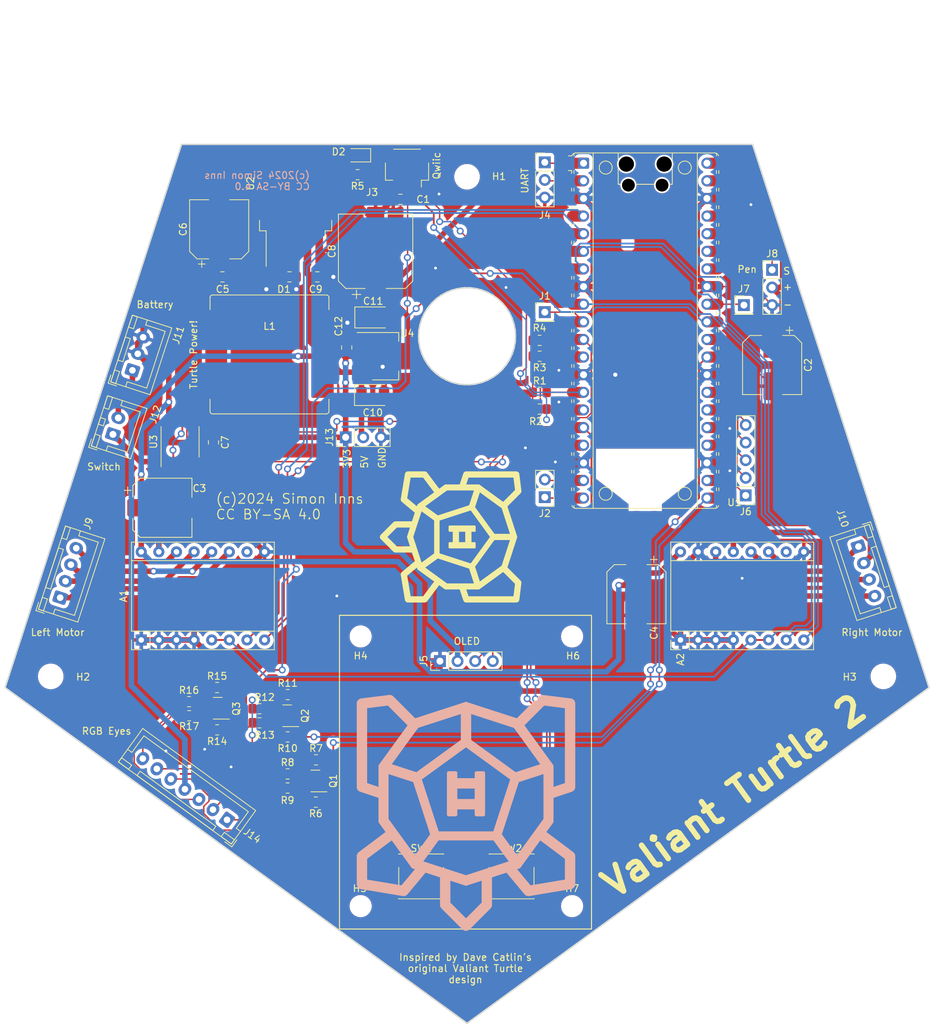
<source format=kicad_pcb>
(kicad_pcb (version 20240108) (generator "pcbnew") (generator_version "8.0")
  (layers (0 "F.Cu" signal) (31 "B.Cu" signal) (34 "B.Paste" user) (35 "F.Paste" user) (36 "B.SilkS" user "B.Silkscreen") (37 "F.SilkS" user "F.Silkscreen") (38 "B.Mask" user) (39 "F.Mask" user) (44 "Edge.Cuts" user))
  (net 0 "")
  (net 1 "GND")
  (net 2 "/NEMA 17 Stepper Drivers/Enable")
  (net 3 "/NEMA 17 Stepper Drivers/LM_Step")
  (net 4 "/NEMA 17 Stepper Drivers/LM_Dir")
  (net 6 "Net-(A1-A2)")
  (net 7 "Net-(A1-A1)")
  (net 8 "Net-(A1-B1)")
  (net 9 "Net-(A1-B2)")
  (net 10 "+12V")
  (net 11 "/NEMA 17 Stepper Drivers/RM_Step")
  (net 12 "/NEMA 17 Stepper Drivers/RM_Dir")
  (net 14 "Net-(A2-A2)")
  (net 15 "Net-(A2-A1)")
  (net 16 "Net-(A2-B1)")
  (net 17 "Net-(A2-B2)")
  (net 18 "+3V3")
  (net 19 "+5V")
  (net 20 "Net-(D1-K)")
  (net 21 "Net-(D2-A)")
  (net 22 "SCL1")
  (net 23 "SDA1")
  (net 24 "Net-(J2-Pin_1)")
  (net 25 "Net-(J2-Pin_2)")
  (net 26 "SCL0")
  (net 27 "SDA0")
  (net 28 "PWM_Servo")
  (net 29 "Net-(J7-Pin_1)")
  (net 30 "Net-(Q1-G)")
  (net 31 "Net-(Q1-D)")
  (net 32 "Net-(Q2-G)")
  (net 33 "Net-(Q2-D)")
  (net 34 "Net-(Q3-G)")
  (net 35 "Net-(Q3-D)")
  (net 36 "PWM_Red")
  (net 37 "PWM_Green")
  (net 38 "PWM_Blue")
  (net 39 "Net-(U1-GPIO12)")
  (net 40 "Net-(U1-GPIO13)")
  (net 41 "Net-(J1-Pin_1)")
  (net 42 "Net-(J4-Pin_1)")
  (net 43 "Net-(J4-Pin_2)")
  (net 44 "Net-(J6-Pin_1)")
  (net 45 "Net-(J6-Pin_2)")
  (net 46 "Net-(J6-Pin_3)")
  (net 47 "Net-(J6-Pin_4)")
  (net 48 "Net-(J6-Pin_5)")
  (net 50 "Net-(J11-Pin_1)")
  (net 57 "Net-(J12-Pin_1)")
  (net 58 "Net-(J14-Pin_1)")
  (net 59 "Net-(J14-Pin_2)")
  (net 60 "Net-(J14-Pin_3)")
  (net 61 "Net-(J14-Pin_5)")
  (net 62 "Net-(J14-Pin_6)")
  (net 63 "Net-(J14-Pin_7)")
  (footprint "Capacitor_SMD:C_0805_2012Metric_Pad1.18x1.45mm_HandSolder" (layer "F.Cu") (at 86.3815 51.562 180)
    (property "Reference" "C1")
    (property "Value" "100nF")
  )
  (footprint "Capacitor_SMD:CP_Elec_8x6.2" (layer "F.Cu") (at 52.07 96.012)
    (property "Reference" "C3")
    (property "Value" "100uF")
  )
  (footprint "Capacitor_SMD:C_0805_2012Metric_Pad1.18x1.45mm_HandSolder" (layer "F.Cu") (at 60.7275 62.738)
    (property "Reference" "C5")
    (property "Value" "100nF")
  )
  (footprint "Resistor_SMD:R_0805_2012Metric_Pad1.20x1.40mm_HandSolder" (layer "F.Cu") (at 55.912 123.952)
    (property "Reference" "R16")
    (property "Value" "100R")
  )
  (footprint "Connector_JST:JST_XH_B2B-XH-A_1x02_P2.50mm_Vertical" (layer "F.Cu") (at 44.947458 85.435641 72)
    (property "Reference" "J12")
    (property "Value" "Power_Switch")
  )
  (footprint "Resistor_SMD:R_0805_2012Metric_Pad1.20x1.40mm_HandSolder" (layer "F.Cu") (at 74.184 138.43 180)
    (property "Reference" "R6")
    (property "Value" "1K")
  )
  (footprint "Capacitor_SMD:CP_Elec_8x6.2" (layer "F.Cu") (at 120.396 108.466 -90)
    (property "Reference" "C4")
    (property "Value" "100uF")
  )
  (footprint "Resistor_SMD:R_0805_2012Metric_Pad1.20x1.40mm_HandSolder" (layer "F.Cu") (at 66.088 127)
    (property "Reference" "R13")
    (property "Value" "100R")
  )
  (footprint "Connector_PinHeader_2.54mm:PinHeader_1x03_P2.54mm_Vertical" (layer "F.Cu") (at 139.954 61.722)
    (property "Reference" "J8")
    (property "Value" "Pen_Servo")
  )
  (footprint "MountingHole:MountingHole_2.7mm_M2.5" (layer "F.Cu") (at 111.125 153.416)
    (property "Reference" "H7")
    (property "Value" "OLED_MountingHole")
  )
  (footprint "Resistor_SMD:R_0805_2012Metric_Pad1.20x1.40mm_HandSolder" (layer "F.Cu") (at 74.216 132.334)
    (property "Reference" "R7")
    (property "Value" "100K")
  )
  (footprint "Module:Pololu_Breakout-16_15.2x20.3mm" (layer "F.Cu") (at 126.746 115.062 90)
    (property "Reference" "A2")
    (property "Value" "DRV8825_Breakout")
  )
  (footprint "Resistor_SMD:R_0805_2012Metric_Pad1.20x1.40mm_HandSolder" (layer "F.Cu") (at 59.96 121.92)
    (property "Reference" "R15")
    (property "Value" "100K")
  )
  (footprint "Package_TO_SOT_SMD:TO-263-5_TabPin3" (layer "F.Cu") (at 71.276 51.278 90)
    (property "Reference" "U2")
    (property "Value" "LM2576S-5")
  )
  (footprint "Inductor_SMD:L_Bourns_SRP1770TA_16.9x16.9mm" (layer "F.Cu") (at 67.509 73.914)
    (property "Reference" "L1")
    (property "Value" "100uH 5A")
  )
  (footprint "MountingHole:MountingHole_3.2mm_M3" (layer "F.Cu") (at 95.9816 48.312)
    (property "Reference" "H1")
    (property "Value" "Body_MountingHole")
  )
  (footprint "Connector_JST:JST_SH_SM04B-SRSS-TB_1x04-1MP_P1.00mm_Horizontal" (layer "F.Cu") (at 87.333 47.022 180)
    (property "Reference" "J3")
    (property "Value" "Qwiic")
  )
  (footprint "Package_TO_SOT_SMD:SOT-23" (layer "F.Cu") (at 60.0545 124.902 180)
    (property "Reference" "Q3")
    (property "Value" "BSS138")
  )
  (footprint "Resistor_SMD:R_0805_2012Metric_Pad1.20x1.40mm_HandSolder" (layer "F.Cu") (at 70.12 129.032 180)
    (property "Reference" "R10")
    (property "Value" "1K")
  )
  (footprint "Connector_PinHeader_2.54mm:PinHeader_1x01_P2.54mm_Vertical" (layer "F.Cu") (at 135.89 66.802)
    (property "Reference" "J7")
    (property "Value" "Conn_01x01")
  )
  (footprint "Capacitor_SMD:C_0805_2012Metric_Pad1.18x1.45mm_HandSolder" (layer "F.Cu") (at 70.3945 62.738)
    (property "Reference" "D1")
    (property "Value" "SS34")
  )
  (footprint "Connector_PinHeader_2.54mm:PinHeader_1x03_P2.54mm_Vertical" (layer "F.Cu") (at 78.486 85.852 90)
    (property "Reference" "J13")
    (property "Value" "Power Header")
  )
  (footprint "Package_TO_SOT_SMD:SOT-223-3_TabPin2" (layer "F.Cu") (at 84.227 74.168)
    (property "Reference" "U4")
    (property "Value" "LM1117MP-3.3")
  )
  (footprint "Capacitor_Tantalum_SMD:CP_EIA-3528-21_Kemet-B_Pad1.50x2.35mm_HandSolder" (layer "F.Cu") (at 82.449 68.58)
    (property "Reference" "C11")
    (property "Value" "10uF Tant")
  )
  (footprint "Connector_JST:JST_XH_B7B-XH-A_1x07_P2.50mm_Vertical" (layer "F.Cu") (at 61.38504 140.977123 144)
    (property "Reference" "J14")
    (property "Value" "RGB LED Eyeballs")
  )
  (footprint "Package_TO_SOT_SMD:SOT-23" (layer "F.Cu") (at 74.1215 135.382 180)
    (property "Reference" "Q1")
    (property "Value" "BSS138")
  )
  (footprint "Capacitor_SMD:CP_Elec_10x10.5" (layer "F.Cu") (at 82.804 59.046 90)
    (property "Reference" "C8")
    (property "Value" "1000uF")
  )
  (footprint "Connector_PinHeader_2.54mm:PinHeader_1x04_P2.54mm_Vertical" (layer "F.Cu") (at 92.075 118.11 90)
    (property "Reference" "J5")
    (property "Value" "OLED 128x64 SSD1106")
  )
  (footprint "Connector_JST:JST_XH_B3B-XH-A_1x03_P2.50mm_Vertical" (layer "F.Cu") (at 47.752 76.2 72)
    (property "Reference" "J11")
    (property "Value" "Battery")
  )
  (footprint "Capacitor_SMD:C_0805_2012Metric_Pad1.18x1.45mm_HandSolder" (layer "F.Cu") (at 74.4005 62.738)
    (property "Reference" "C9")
    (property "Value" "100nF")
  )
  (footprint "Resistor_SMD:R_0805_2012Metric_Pad1.20x1.40mm_HandSolder" (layer "F.Cu") (at 106.442 74.168 180)
    (property "Reference" "R3")
    (property "Value" "10K")
  )
  (footprint "Connector_JST:JST_XH_B4B-XH-A_1x04_P2.50mm_Vertical" (layer "F.Cu") (at 152.4 101.6 -72)
    (property "Reference" "J10")
    (property "Value" "Right Motor")
  )
  (footprint "Connector_PinHeader_2.54mm:PinHeader_1x05_P2.54mm_Vertical" (layer "F.Cu") (at 136.144 94.234 180)
    (property "Reference" "J6")
    (property "Value" "Conn_01x05")
  )
  (footprint "Module_RaspberryPi_Pico:RaspberryPi_Pico_Common" (layer "F.Cu") (at 121.666 70.485)
    (property "Reference" "U1")
    (property "Value" "RaspberryPi_Pico_W")
  )
  (footprint "Resistor_SMD:R_0805_2012Metric_Pad1.20x1.40mm_HandSolder" (layer "F.Cu") (at 80.205 48.006 180)
    (property "Reference" "R5")
    (property "Value" "1K")
  )
  (footprint "Resistor_SMD:R_0805_2012Metric_Pad1.20x1.40mm_HandSolder" (layer "F.Cu") (at 106.458 79.375)
    (property "Reference" "R1")
    (property "Value" "10K")
  )
  (footprint "Capacitor_SMD:CP_Elec_8x6.2" (layer "F.Cu") (at 60.256 55.878 90)
    (property "Reference" "C6")
    (property "Value" "100uF")
  )
  (footprint "Resistor_SMD:R_0805_2012Metric_Pad1.20x1.40mm_HandSolder" (layer "F.Cu") (at 70.12 136.398)
    (property "Reference" "R9")
    (property "Value" "150R")
  )
  (footprint "MountingHole:MountingHole_2.7mm_M2.5" (layer "F.Cu") (at 80.645 153.416)
    (property "Reference" "H5")
    (property "Value" "OLED_MountingHole")
  )
  (footprint "Connector_PinHeader_2.54mm:PinHeader_1x03_P2.54mm_Vertical" (layer "F.Cu") (at 107.188 46.228)
    (property "Reference" "J4")
    (property "Value" "USART")
  )
  (footprint "Capacitor_SMD:C_0805_2012Metric_Pad1.18x1.45mm_HandSolder" (layer "F.Cu") (at 59.436 86.5925 -90)
    (property "Reference" "C7")
    (property "Value" "1uF")
  )
  (footprint "LED_SMD:LED_0805_2012Metric_Pad1.15x1.40mm_HandSolder" (layer "F.Cu") (at 80.23 45.212 180)
    (property "Reference" "D2")
    (property "Value" "Power LED")
  )
  (footprint "MountingHole:MountingHole_2.7mm_M2.5" (layer "F.Cu") (at 111.125 114.554)
    (property "Reference" "H6")
    (property "Value" "OLED_MountingHole")
  )
  (footprint "Resistor_SMD:R_0805_2012Metric_Pad1.20x1.40mm_HandSolder" (layer "F.Cu") (at 70.136 122.936)
    (property "Reference" "R11")
    (property "Value" "100K")
  )
  (footprint "Resistor_SMD:R_0805_2012Metric_Pad1.20x1.40mm_HandSolder" (layer "F.Cu") (at 55.928 125.984)
    (property "Reference" "R17")
    (property "Value" "100R")
  )
  (footprint "Resistor_SMD:R_0805_2012Metric_Pad1.20x1.40mm_HandSolder" (layer "F.Cu") (at 70.12 134.366)
    (property "Reference" "R8")
    (property "Value" "150R")
  )
  (footprint "Package_TO_SOT_SMD:SOT-23" (layer "F.Cu") (at 70.0575 125.984 180)
    (property "Reference" "Q2")
    (property "Value" "BSS138")
  )
  (footprint "Connector_PinHeader_2.54mm:PinHeader_1x01_P2.54mm_Vertical" (layer "F.Cu") (at 107.188 67.818)
    (property "Reference" "J1")
    (property "Value" "Conn_01x01")
  )
  (footprint "MountingHole:MountingHole_3.2mm_M3" (layer "F.Cu") (at 35.9816 120.312)
    (property "Reference" "H2")
    (property "Value" "Body_MountingHole")
  )
  (footprint "Module:Pololu_Breakout-16_15.2x20.3mm" (layer "F.Cu") (at 49.022 115.062 90)
    (property "Reference" "A1")
    (property "Value" "DRV8825_Breakout")
  )
  (footprint "MountingHole:MountingHole_2.7mm_M2.5" (layer "F.Cu") (at 80.645 114.554)
    (property "Reference" "H4")
    (property "Value" "OLED_MountingHole")
  )
  (footprint "Connector_JST:JST_XH_B4B-XH-A_1x04_P2.50mm_Vertical" (layer "F.Cu") (at 37.338 108.966 72)
    (property "Reference" "J9")
    (property "Value" "Left Motor")
  )
  (footprint "Capacitor_SMD:C_0805_2012Metric_Pad1.18x1.45mm_HandSolder" (layer "F.Cu") (at 78.639 72.9195 90)
    (property "Reference" "C12")
    (property "Value" "100nF")
  )
  (footprint "Capacitor_Tantalum_SMD:CP_EIA-3528-21_Kemet-B_Pad1.50x2.35mm_HandSolder" (layer "F.Cu") (at 82.397 79.756)
    (property "Reference" "C10")
    (property "Value" "10uF Tant")
  )
  (footprint "Resistor_SMD:R_0805_2012Metric_Pad1.20x1.40mm_HandSolder" (layer "F.Cu") (at 106.442 71.882 180)
    (property "Reference" "R4")
    (property "Value" "10K")
  )
  (footprint "Connector_PinHeader_2.54mm:PinHeader_1x02_P2.54mm_Vertical" (layer "F.Cu") (at 107.188 94.488 180)
    (property "Reference" "J2")
    (property "Value" "Conn_01x02")
  )
  (footprint "MountingHole:MountingHole_3.2mm_M3" (layer "F.Cu") (at 155.9816 120.312)
    (property "Reference" "H3")
    (property "Value" "Body_MountingHole")
  )
  (footprint "Capacitor_SMD:CP_Elec_8x6.2" (layer "F.Cu") (at 139.954 75.44 -90)
    (property "Reference" "C2")
    (property "Value" "100uF")
  )
  (footprint "Resistor_SMD:R_0805_2012Metric_Pad1.20x1.40mm_HandSolder" (layer "F.Cu") (at 59.96 128.016 180)
    (property "Reference" "R14")
    (property "Value" "1K")
  )
  (footprint "Button_Switch_SMD:SW_Push_1P1T_NO_6x6mm_H9.5mm" (layer "F.Cu") (at 102.4 149.134)
    (property "Reference" "SW2")
    (property "Value" "Right_Button")
  )
  (footprint "Button_Switch_SMD:SW_Push_1P1T_NO_6x6mm_H9.5mm" (layer "F.Cu") (at 89.37 149.134)
    (property "Reference" "SW1")
    (property "Value" "Left_Button")
  )
  (footprint "Package_SO:TSSOP-16_4.4x5mm_P0.65mm" (layer "F.Cu") (at 54.621 86.5025 90)
    (property "Reference" "U3")
    (property "Value" "INA260")
  )
  (footprint "Resistor_SMD:R_0805_2012Metric_Pad1.20x1.40mm_HandSolder" (layer "F.Cu") (at 106.442 81.788)
    (property "Reference" "R2")
    (property "Value" "10K")
  )
  (footprint "Resistor_SMD:R_0805_2012Metric_Pad1.20x1.40mm_HandSolder" (layer "F.Cu") (at 66.072 124.968)
    (property "Reference" "R12")
    (property "Value" "100R")
  )
  (gr_poly (pts (xy 80.34139 146.1355) (xy 80.35699 146.07469) (xy 80.38009 146.01631) (xy 80.41039 145.96129) (xy 80.44719 145.91047) (xy 80.49019 145.86471) (xy 80.53859 145.82469) (xy 84.53859 142.824689) (xy 84.59119 142.791299) (xy 83.46879 141.24641) (xy 83.46879 137.634184) (xy 83.46879 136.581724) (xy 83.46879 133.21199) (xy 87.73566 127.33912) (xy 84.65219 124.255598) (xy 81.33149 124.670698) (xy 81.33149 135.86931) (xy 83.46879 136.581724) (xy 83.46879 137.634184) (xy 80.64839 136.69409) (xy 80.59159 136.667356) (xy 80.53859 136.633711) (xy 80.49019 136.593687) (xy 80.44719 136.547926) (xy 80.41039 136.497114) (xy 80.38009 136.442091) (xy 80.35699 136.38371) (xy 80.34139 136.322904) (xy 80.33349 136.260603) (xy 80.33349 124.197801) (xy 80.34139 124.1355) (xy 80.35699 124.074701) (xy 80.38009 124.016302) (xy 80.41039 123.961301) (xy 80.44719 123.910501) (xy 80.49019 123.864698) (xy 80.53859 123.824701) (xy 80.59159 123.791101) (xy 80.64839 123.764299) (xy 80.70819 123.744901) (xy 80.76979 123.733198) (xy 84.76979 123.233198) (xy 84.83249 123.2292) (xy 84.89519 123.233198) (xy 84.95689 123.244901) (xy 85.01659 123.264299) (xy 85.07339 123.291101) (xy 85.12639 123.324701) (xy 85.17479 123.364698) (xy 88.44092 126.630899) (xy 95.83249 124.2292) (xy 103.224061 126.630899) (xy 106.49019 123.364698) (xy 106.53859 123.324701) (xy 106.59159 123.291101) (xy 106.648389 123.264299) (xy 106.708089 123.244901) (xy 106.76979 123.233198) (xy 106.83249 123.2292) (xy 106.89519 123.233198) (xy 110.89519 123.733198) (xy 110.95679 123.744901) (xy 111.016591 123.764299) (xy 111.07339 123.791101) (xy 111.12639 123.824701) (xy 111.17479 123.864698) (xy 111.21779 123.910501) (xy 111.25459 123.961301) (xy 111.28489 124.016302) (xy 111.30799 124.074701) (xy 111.32359 124.1355) (xy 111.331491 124.197801) (xy 111.331491 136.260603) (xy 111.32359 136.322904) (xy 111.30799 136.38371) (xy 111.28489 136.442091) (xy 111.25459 136.497114) (xy 111.21779 136.547926) (xy 111.17479 136.593687) (xy 111.12639 136.633711) (xy 111.07339 136.667356) (xy 111.016591 136.69409) (xy 108.196191 137.634184) (xy 108.196191 136.581724) (xy 110.333489 135.86931) (xy 110.333489 124.670698) (xy 107.01279 124.255598) (xy 103.92932 127.33912) (xy 108.196191 133.21199) (xy 108.196191 136.581724) (xy 108.196191 137.634184) (xy 108.196191 141.24641) (xy 107.073789 142.791299) (xy 107.12639 142.824689) (xy 111.12639 145.82469) (xy 111.17479 145.86471) (xy 111.21779 145.91047) (xy 111.25459 145.96129) (xy 111.28489 146.01631) (xy 111.30799 146.07469) (xy 111.32359 146.1355) (xy 111.331491 146.1978) (xy 111.331491 150.2606) (xy 111.32359 150.3229) (xy 111.30799 150.3837) (xy 111.28489 150.4421) (xy 111.25459 150.4971) (xy 111.21779 150.5479) (xy 111.17479 150.5937) (xy 111.12639 150.6337) (xy 111.07339 150.6673) (xy 111.016591 150.6941) (xy 110.95679 150.7135) (xy 110.89519 150.7252) (xy 105.033361 151.702164) (xy 105.033361 150.6892) (xy 110.333489 149.8059) (xy 110.333489 146.47986) (xy 106.53859 143.6337) (xy 106.49059 143.59399) (xy 103.473691 147.7464) (xy 103.194921 147.837001) (xy 103.194921 146.51207) (xy 107.245191 140.937391) (xy 107.245191 134.046739) (xy 103.249959 135.34486) (xy 102.94093 136.295948) (xy 102.94093 134.3938) (xy 106.936189 133.095689) (xy 102.885911 127.521009) (xy 96.33249 125.3917) (xy 96.33249 129.592479) (xy 102.94093 134.3938) (xy 102.94093 136.295948) (xy 100.725751 143.11354) (xy 103.194921 146.51207) (xy 103.194921 147.837001) (xy 102.77123 147.9747) (xy 105.033361 150.6892) (xy 105.033361 151.702164) (xy 104.895139 151.7252) (xy 104.83249 151.7292) (xy 104.76982 151.7252) (xy 104.708131 151.7135) (xy 104.648419 151.6941) (xy 104.591599 151.6673) (xy 104.53859 151.6337) (xy 104.490201 151.5937) (xy 104.447221 151.5479) (xy 101.947221 148.5479) (xy 101.910329 148.4971) (xy 101.880071 148.4421) (xy 101.85695 148.3837) (xy 101.84134 148.3229) (xy 101.83574 148.2786) (xy 99.314 149.098) (xy 99.323621 149.1355) (xy 99.3315 149.1978) (xy 99.3315 153.260601) (xy 99.323621 153.3229) (xy 99.308009 153.383699) (xy 99.2849 153.4421) (xy 99.25464 153.4971) (xy 99.21774 153.547901) (xy 99.17476 153.5937) (xy 96.17476 156.5937) (xy 96.126374 156.633699) (xy 96.073365 156.667301) (xy 96.016542 156.694099) (xy 95.956834 156.713501) (xy 95.895143 156.7252) (xy 95.83249 156.7292) (xy 95.83249 155.5224) (xy 98.33347 153.0215) (xy 98.33347 149.4166) (xy 95.83249 150.2292) (xy 95.83249 149.2292) (xy 102.385911 147.09985) (xy 99.946981 143.742957) (xy 99.946981 142.89232) (xy 102.489881 135.06608) (xy 95.83249 130.2292) (xy 89.175099 135.06608) (xy 91.717999 142.89232) (xy 99.946981 142.89232) (xy 99.946981 143.742957) (xy 99.91673 143.70132) (xy 91.74825 143.70132) (xy 89.27907 147.09985) (xy 95.83249 149.2292) (xy 95.83249 150.2292) (xy 93.33151 149.4166) (xy 93.33151 153.0215) (xy 95.83249 155.5224) (xy 95.83249 156.7292) (xy 95.769837 156.7252) (xy 95.708146 156.713501) (xy 95.648438 156.694099) (xy 95.591615 156.667301) (xy 95.538606 156.633699) (xy 95.49022 156.5937) (xy 92.49022 153.5937) (xy 92.44724 153.547901) (xy 92.41034 153.4971) (xy 92.38008 153.4421) (xy 92.35697 153.383699) (xy 92.34136 153.3229) (xy 92.33348 153.260601) (xy 92.33348 149.1978) (xy 92.34136 149.1355) (xy 92.35098 149.098) (xy 89.82924 148.2786) (xy 89.82364 148.3229) (xy 89.80803 148.3837) (xy 89.78491 148.4421) (xy 89.75465 148.4971) (xy 89.71776 148.5479) (xy 87.21776 151.5479) (xy 87.17478 151.5937) (xy 87.12639 151.6337) (xy 87.07338 151.6673) (xy 87.01656 151.6941) (xy 86.95685 151.7135) (xy 86.89516 151.7252) (xy 86.83249 151.7292) (xy 86.76984 151.7252) (xy 86.63162 151.702164) (xy 86.63162 150.6892) (xy 88.89375 147.9747) (xy 88.470059 147.837) (xy 88.470059 146.51207) (xy 90.93923 143.11354) (xy 88.72405 136.29595) (xy 88.72405 134.3938) (xy 95.33249 129.592479) (xy 95.33249 125.3917) (xy 88.77907 127.521009) (xy 84.72879 133.095689) (xy 88.72405 134.3938) (xy 88.72405 136.29595) (xy 88.41502 135.34486) (xy 84.41979 134.046739) (xy 84.41979 140.937391) (xy 88.470059 146.51207) (xy 88.470059 147.837) (xy 88.19129 147.7464) (xy 85.17439 143.59399) (xy 85.12639 143.6337) (xy 81.33149 146.47986) (xy 81.33149 149.8059) (xy 86.63162 150.6892) (xy 86.63162 151.702164) (xy 80.76979 150.7252) (xy 80.70819 150.7135) (xy 80.64839 150.6941) (xy 80.59159 150.6673) (xy 80.53859 150.6337) (xy 80.49019 150.5937) (xy 80.44719 150.5479) (xy 80.41039 150.4971) (xy 80.38009 150.4421) (xy 80.35699 150.3837) (xy 80.34139 150.3229) (xy 80.33349 150.2606) (xy 80.33349 146.1978)) (stroke (width 0.5)) (fill solid) (layer "B.SilkS"))
  (gr_poly (pts (xy 94.33249 134.2292) (xy 94.33249 135.2292) (xy 97.33249 135.2292) (xy 97.33249 134.2292) (xy 98.33249 134.2292) (xy 98.33249 140.2292) (xy 97.33249 140.2292) (xy 97.33249 139.2292) (xy 94.33249 139.2292) (xy 94.33249 138.2292) (xy 97.33249 138.2292) (xy 97.33249 136.2292) (xy 94.33249 136.2292) (xy 94.33249 138.2292) (xy 94.33249 139.2292) (xy 94.33249 140.2292) (xy 93.33249 140.2292) (xy 93.33249 134.2292)) (stroke (width 0.5)) (fill solid) (layer "B.SilkS"))
  (gr_poly (pts (xy 97.072 99.314) (xy 96.472 99.314) (xy 96.472 101.114) (xy 97.072 101.114) (xy 97.072 101.714) (xy 93.472 101.714) (xy 93.472 101.114) (xy 94.072 101.114) (xy 94.072 99.314) (xy 94.672 99.314) (xy 94.672 101.114) (xy 95.872 101.114) (xy 95.872 99.314) (xy 94.672 99.314) (xy 94.072 99.314) (xy 93.472 99.314) (xy 93.472 98.714) (xy 97.072 98.714)) (stroke (width 0.3)) (fill solid) (layer "F.SilkS"))
  (gr_rect (start 77.597 111.506) (end 113.919 156.718) (stroke (width 0.15)) (fill none) (layer "F.SilkS"))
  (gr_poly (pts (xy 89.92822 90.91934) (xy 89.964706 90.9287) (xy 89.999734 90.94256) (xy 90.032746 90.96074) (xy 90.063238 90.98282) (xy 90.090694 91.00862) (xy 90.114706 91.03766) (xy 91.914706 93.43766) (xy 91.93474 93.46922) (xy 92.861674 92.79578) (xy 95.02901 92.79578) (xy 95.660486 92.79578) (xy 97.682326 92.79578) (xy 101.206048 95.355902) (xy 103.056161 93.50582) (xy 102.807101 91.5134) (xy 96.087934 91.5134) (xy 95.660486 92.79578) (xy 95.02901 92.79578) (xy 95.593066 91.10354) (xy 95.609106 91.06946) (xy 95.629294 91.03766) (xy 95.653308 91.00862) (xy 95.680765 90.98282) (xy 95.711252 90.96074) (xy 95.744266 90.94256) (xy 95.779294 90.9287) (xy 95.815777 90.91934) (xy 95.853158 90.9146) (xy 103.090839 90.9146) (xy 103.12822 90.91934) (xy 103.164699 90.9287) (xy 103.199739 90.94256) (xy 103.232739 90.96074) (xy 103.263219 90.98282) (xy 103.290701 91.00862) (xy 103.314699 91.03766) (xy 103.334859 91.06946) (xy 103.350941 91.10354) (xy 103.362579 91.13942) (xy 103.369601 91.17638) (xy 103.669601 93.57638) (xy 103.672 93.614) (xy 103.669601 93.65162) (xy 103.662579 93.68864) (xy 103.650941 93.72446) (xy 103.634859 93.75854) (xy 103.614699 93.79034) (xy 103.590701 93.81938) (xy 101.630981 95.779058) (xy 103.072 100.214) (xy 101.630981 104.648943) (xy 103.590701 106.60862) (xy 103.614699 106.63766) (xy 103.634859 106.66946) (xy 103.650941 106.703539) (xy 103.662579 106.739359) (xy 103.669601 106.77638) (xy 103.672 106.814) (xy 103.669601 106.85162) (xy 103.369601 109.25162) (xy 103.362579 109.28858) (xy 103.350941 109.324461) (xy 103.334859 109.35854) (xy 103.314699 109.39034) (xy 103.290701 109.41938) (xy 103.263219 109.44518) (xy 103.232739 109.46726) (xy 103.199739 109.48544) (xy 103.164699 109.4993) (xy 103.12822 109.50866) (xy 103.090839 109.5134) (xy 95.853158 109.5134) (xy 95.815777 109.50866) (xy 95.779294 109.4993) (xy 95.744266 109.48544) (xy 95.711252 109.46726) (xy 95.680765 109.44518) (xy 95.653308 109.41938) (xy 95.629294 109.39034) (xy 95.609106 109.35854) (xy 95.593066 109.324461) (xy 95.02901 107.632221) (xy 95.660486 107.632221) (xy 96.087934 108.9146) (xy 102.807101 108.9146) (xy 103.056161 106.92218) (xy 101.206048 105.072098) (xy 97.682326 107.632221) (xy 95.660486 107.632221) (xy 95.02901 107.632221) (xy 92.861674 107.632221) (xy 91.93474 106.958779) (xy 91.914706 106.99034) (xy 90.114706 109.39034) (xy 90.090694 109.41938) (xy 90.063238 109.44518) (xy 90.032746 109.46726) (xy 89.999734 109.48544) (xy 89.964706 109.4993) (xy 89.92822 109.50866) (xy 89.89084 109.5134) (xy 87.45316 109.5134) (xy 87.41578 109.50866) (xy 87.3793 109.4993) (xy 87.34426 109.48544) (xy 87.31126 109.46726) (xy 87.28078 109.44518) (xy 87.2533 109.41938) (xy 87.2293 109.39034) (xy 87.20914 109.35854) (xy 87.19306 109.324461) (xy 87.18142 109.28858) (xy 87.1744 109.25162) (xy 86.588222 105.734522) (xy 87.196 105.734522) (xy 87.72598 108.9146) (xy 89.721604 108.9146) (xy 91.4293 106.63766) (xy 91.453126 106.60886) (xy 88.96168 104.798721) (xy 88.90732 104.631458) (xy 89.702278 104.631458) (xy 93.047085 107.06162) (xy 97.181476 107.06162) (xy 96.402604 104.664481) (xy 95.831951 104.479064) (xy 96.97324 104.479064) (xy 97.752106 106.876219) (xy 101.096915 104.446053) (xy 102.3745 100.514) (xy 99.854032 100.514) (xy 96.97324 104.479064) (xy 95.831951 104.479064) (xy 91.741396 103.149957) (xy 89.702278 104.631458) (xy 88.90732 104.631458) (xy 88.8247 104.377244) (xy 87.196 105.734522) (xy 86.588222 105.734522) (xy 86.5744 105.651589) (xy 86.572 105.614) (xy 86.5744 105.576398) (xy 86.58142 105.539385) (xy 86.59306 105.503558) (xy 86.60914 105.469466) (xy 86.6293 105.43766) (xy 86.6533 105.408627) (xy 86.68078 105.382839) (xy 88.48078 103.882839) (xy 88.51126 103.860703) (xy 88.54426 103.842548) (xy 88.5793 103.828676) (xy 88.61578 103.81931) (xy 88.64236 103.81595) (xy 88.15072 102.302906) (xy 88.12822 102.308678) (xy 88.09084 102.313406) (xy 85.65316 102.313406) (xy 85.61578 102.308678) (xy 85.579301 102.299312) (xy 85.54426 102.285446) (xy 85.51126 102.26729) (xy 85.48078 102.24515) (xy 85.4533 102.219362) (xy 83.6533 100.419362) (xy 83.629301 100.390331) (xy 83.60914 100.358525) (xy 83.593061 100.324431) (xy 83.58142 100.288606) (xy 83.5744 100.251592) (xy 83.572 100.214) (xy 84.29608 100.214) (xy 85.79662 101.714588) (xy 87.95956 101.714588) (xy 87.472 100.214) (xy 88.072 100.214) (xy 89.34961 104.146053) (xy 91.363746 102.682694) (xy 91.874128 102.682694) (xy 96.569872 104.208434) (xy 99.472 100.214) (xy 96.569872 96.219566) (xy 91.874128 97.745306) (xy 91.874128 102.682694) (xy 91.363746 102.682694) (xy 91.388728 102.664544) (xy 91.388728 97.763456) (xy 89.34961 96.281948) (xy 88.072 100.214) (xy 87.472 100.214) (xy 87.95956 98.713412) (xy 85.79662 98.713412) (xy 84.29608 100.214) (xy 83.572 100.214) (xy 83.5744 100.176408) (xy 83.58142 100.139394) (xy 83.593061 100.103569) (xy 83.60914 100.069475) (xy 83.629301 100.037669) (xy 83.6533 100.008638) (xy 85.4533 98.208638) (xy 85.48078 98.18285) (xy 85.51126 98.16071) (xy 85.54426 98.142554) (xy 85.579301 98.128688) (xy 85.61578 98.119322) (xy 85.65316 98.114594) (xy 88.09084 98.114594) (xy 88.12822 98.119322) (xy 88.15072 98.125094) (xy 88.64236 96.61205) (xy 88.61578 96.60869) (xy 88.5793 96.599324) (xy 88.54426 96.585452) (xy 88.51126 96.567296) (xy 88.48078 96.545162) (xy 86.68078 95.045162) (xy 86.6533 95.019374) (xy 86.6293 94.99034) (xy 86.60914 94.958534) (xy 86.59306 94.924442) (xy 86.58142 94.888616) (xy 86.5744 94.851602) (xy 86.572 94.814) (xy 86.5744 94.77641) (xy 86.588222 94.693478) (xy 87.196 94.693478) (xy 88.8247 96.050756) (xy 88.90732 95.796542) (xy 89.702278 95.796542) (xy 91.741396 97.278044) (xy 95.83195 95.948936) (xy 96.97324 95.948936) (xy 99.854032 99.914) (xy 102.3745 99.914) (xy 101.096915 95.981948) (xy 97.752106 93.55178) (xy 96.97324 95.948936) (xy 95.83195 95.948936) (xy 96.402604 95.763518) (xy 97.181476 93.36638) (xy 93.047085 93.36638) (xy 89.702278 95.796542) (xy 88.90732 95.796542) (xy 88.96168 95.62928) (xy 91.453126 93.81914) (xy 91.4293 93.79034) (xy 89.721604 91.5134) (xy 87.72598 91.5134) (xy 87.196 94.693478) (xy 86.588222 94.693478) (xy 87.1744 91.17638) (xy 87.18142 91.13942) (xy 87.19306 91.10354) (xy 87.20914 91.06946) (xy 87.2293 91.03766) (xy 87.2533 91.00862) (xy 87.28078 90.98282) (xy 87.31126 90.96074) (xy 87.34426 90.94256) (xy 87.3793 90.9287) (xy 87.41578 90.91934) (xy 87.45316 90.9146) (xy 89.89084 90.9146)) (stroke (width 0.3)) (fill solid) (layer "F.SilkS"))
  (gr_line (start 95.546471 64.3026) (end 96.425529 64.3026) (stroke (width 0.2)) (layer "Edge.Cuts"))
  (gr_line (start 98.96645 77.6226) (end 98.14912 77.9462) (stroke (width 0.2)) (layer "Edge.Cuts"))
  (gr_line (start 100.44796 76.6824) (end 99.73678 77.1991) (stroke (width 0.2)) (layer "Edge.Cuts"))
  (gr_line (start 89.20592 69.548) (end 89.47758 68.7119) (stroke (width 0.2)) (layer "Edge.Cuts"))
  (gr_line (start 89.04121 70.4115) (end 89.20592 69.548) (stroke (width 0.2)) (layer "Edge.Cuts"))
  (gr_line (start 94.67434 64.4128) (end 95.546471 64.3026) (stroke (width 0.2)) (layer "Edge.Cuts"))
  (gr_line (start 92.23522 77.1991) (end 91.52404 76.6824) (stroke (width 0.2)) (layer "Edge.Cuts"))
  (gr_line (start 93.82288 64.6314) (end 94.67434 64.4128) (stroke (width 0.2)) (layer "Edge.Cuts"))
  (gr_line (start 98.14912 64.6314) (end 98.96645 64.955) (stroke (width 0.2)) (layer "Edge.Cuts"))
  (gr_line (start 99.73678 65.3785) (end 100.44796 65.8952) (stroke (width 0.2)) (layer "Edge.Cuts"))
  (gr_line (start 102.93079 70.4115) (end 102.986 71.2888) (stroke (width 0.2)) (layer "Edge.Cuts"))
  (gr_line (start 102.12014 74.6611) (end 101.64912 75.4033) (stroke (width 0.2)) (layer "Edge.Cuts"))
  (gr_line (start 89.85186 74.6611) (end 89.47758 73.8657) (stroke (width 0.2)) (layer "Edge.Cuts"))
  (gr_line (start 93.00555 77.6226) (end 92.23522 77.1991) (stroke (width 0.2)) (layer "Edge.Cuts"))
  (gr_line (start 93.00555 64.955) (end 93.82288 64.6314) (stroke (width 0.2)) (layer "Edge.Cuts"))
  (gr_line (start 102.49442 73.8657) (end 102.12014 74.6611) (stroke (width 0.2)) (layer "Edge.Cuts"))
  (gr_line (start 101.64912 67.1743) (end 102.12014 67.9165) (stroke (width 0.2)) (layer "Edge.Cuts"))
  (gr_line (start 98.96645 64.955) (end 99.73678 65.3785) (stroke (width 0.2)) (layer "Edge.Cuts"))
  (gr_line (start 96.425529 78.275) (end 95.546471 78.275) (stroke (width 0.2)) (layer "Edge.Cuts"))
  (gr_line (start 102.49442 68.7119) (end 102.76608 69.548) (stroke (width 0.2)) (layer "Edge.Cuts"))
  (gr_line (start 89.47758 73.8657) (end 89.20592 73.0296) (stroke (width 0.2)) (layer "Edge.Cuts"))
  (gr_line (start 100.44796 65.8952) (end 101.08877 66.497) (stroke (width 0.2)) (layer "Edge.Cuts"))
  (gr_line (start 97.29766 78.1648) (end 96.425529 78.275) (stroke (width 0.2)) (layer "Edge.Cuts"))
  (gr_line (start 89.85186 67.9165) (end 90.32288 67.1743) (stroke (width 0.2)) (layer "Edge.Cuts"))
  (gr_line (start 101.08877 76.0806) (end 100.44796 76.6824) (stroke (width 0.2)) (layer "Edge.Cuts"))
  (gr_line (start 98.14912 77.9462) (end 97.29766 78.1648) (stroke (width 0.2)) (layer "Edge.Cuts"))
  (gr_line (start 91.52404 65.8952) (end 92.23522 65.3785) (stroke (width 0.2)) (layer "Edge.Cuts"))
  (gr_line (start 89.47758 68.7119) (end 89.85186 67.9165) (stroke (width 0.2)) (layer "Edge.Cuts"))
  (gr_line (start 162.56 121.92) (end 137.131 43.6576) (stroke (width 0.2)) (layer "Edge.Cuts"))
  (gr_line (start 92.23522 65.3785) (end 93.00555 64.955) (stroke (width 0.2)) (layer "Edge.Cuts"))
  (gr_line (start 90.32288 75.4033) (end 89.85186 74.6611) (stroke (width 0.2)) (layer "Edge.Cuts"))
  (gr_line (start 29.412 121.92) (end 95.986 170.2888) (stroke (width 0.2)) (layer "Edge.Cuts"))
  (gr_line (start 88.986 71.2888) (end 89.04121 70.4115) (stroke (width 0.2)) (layer "Edge.Cuts"))
  (gr_line (start 102.76608 73.0296) (end 102.49442 73.8657) (stroke (width 0.2)) (layer "Edge.Cuts"))
  (gr_line (start 90.32288 67.1743) (end 90.88323 66.497) (stroke (width 0.2)) (layer "Edge.Cuts"))
  (gr_line (start 101.64912 75.4033) (end 101.08877 76.0806) (stroke (width 0.2)) (layer "Edge.Cuts"))
  (gr_line (start 91.52404 76.6824) (end 90.88323 76.0806) (stroke (width 0.2)) (layer "Edge.Cuts"))
  (gr_line (start 137.131 43.6576) (end 54.841 43.6576) (stroke (width 0.2)) (layer "Edge.Cuts"))
  (gr_line (start 99.73678 77.1991) (end 98.96645 77.6226) (stroke (width 0.2)) (layer "Edge.Cuts"))
  (gr_line (start 102.12014 67.9165) (end 102.49442 68.7119) (stroke (width 0.2)) (layer "Edge.Cuts"))
  (gr_line (start 54.841 43.6576) (end 29.412 121.92) (stroke (width 0.2)) (layer "Edge.Cuts"))
  (gr_line (start 93.82288 77.9462) (end 93.00555 77.6226) (stroke (width 0.2)) (layer "Edge.Cuts"))
  (gr_line (start 89.20592 73.0296) (end 89.04121 72.1661) (stroke (width 0.2)) (layer "Edge.Cuts"))
  (gr_line (start 95.546471 78.275) (end 94.67434 78.1648) (stroke (width 0.2)) (layer "Edge.Cuts"))
  (gr_line (start 101.08877 66.497) (end 101.64912 67.1743) (stroke (width 0.2)) (layer "Edge.Cuts"))
  (gr_line (start 94.67434 78.1648) (end 93.82288 77.9462) (stroke (width 0.2)) (layer "Edge.Cuts"))
  (gr_line (start 102.93079 72.1661) (end 102.76608 73.0296) (stroke (width 0.2)) (layer "Edge.Cuts"))
  (gr_line (start 90.88323 76.0806) (end 90.32288 75.4033) (stroke (width 0.2)) (layer "Edge.Cuts"))
  (gr_line (start 102.986 71.2888) (end 102.93079 72.1661) (stroke (width 0.2)) (layer "Edge.Cuts"))
  (gr_line (start 95.986 170.2888) (end 162.56 121.92) (stroke (width 0.2)) (layer "Edge.Cuts"))
  (gr_line (start 102.76608 69.548) (end 102.93079 70.4115) (stroke (width 0.2)) (layer "Edge.Cuts"))
  (gr_line (start 96.425529 64.3026) (end 97.29766 64.4128) (stroke (width 0.2)) (layer "Edge.Cuts"))
  (gr_line (start 89.04121 72.1661) (end 88.986 71.2888) (stroke (width 0.2)) (layer "Edge.Cuts"))
  (gr_line (start 97.29766 64.4128) (end 98.14912 64.6314) (stroke (width 0.2)) (layer "Edge.Cuts"))
  (gr_line (start 90.88323 66.497) (end 91.52404 65.8952) (stroke (width 0.2)) (layer "Edge.Cuts"))
  (gr_text "(c)2024 Simon Inns\nCC BY-SA 4.0" (at 73.406 50.292 0) (layer "B.SilkS") (effects (font (size 1 1)) (justify left bottom mirror)))
  (gr_text "-" (at 141.478 67.31 0) (layer "F.SilkS") (effects (font (size 1 1)) (justify left bottom)))
  (gr_text "(c)2024 Simon Inns\nCC BY-SA 4.0" (at 59.69 97.79 0) (layer "F.SilkS") (effects (font (size 1.4 1.4)) (justify left bottom)))
  (gr_text "UART" (at 104.902 50.8 90) (layer "F.SilkS") (effects (font (size 1 1)) (justify left bottom)))
  (gr_text "+" (at 141.478 64.77 0) (layer "F.SilkS") (effects (font (size 1 1)) (justify left bottom)))
  (gr_text "Pen" (at 134.874 62.23 0) (layer "F.SilkS") (effects (font (size 1 1)) (justify left bottom)))
  (gr_text "5V" (at 81.788 90.424 90) (layer "F.SilkS") (effects (font (size 1 1)) (justify left bottom)))
  (gr_text "3V3" (at 79.248 90.424 90) (layer "F.SilkS") (effects (font (size 1 1)) (justify left bottom)))
  (gr_text "Turtle Power!" (at 57.15 78.994 90) (layer "F.SilkS") (effects (font (size 1 1)) (justify left bottom)))
  (gr_text "Right Motor" (at 149.86 114.554 0) (layer "F.SilkS") (effects (font (size 1 1)) (justify left bottom)))
  (gr_text "Switch" (at 41.148 90.678 0) (layer "F.SilkS") (effects (font (size 1 1)) (justify left bottom)))
  (gr_text "Left Motor" (at 33.02 114.554 0) (layer "F.SilkS") (effects (font (size 1 1)) (justify left bottom)))
  (gr_text "Valiant Turtle 2" (at 117.094 152.908 36) (layer "F.SilkS") (effects (font (size 3.8 3.8) (thickness 0.8) (bold yes)) (justify left bottom)))
  (gr_text "S" (at 141.478 62.484 0) (layer "F.SilkS") (effects (font (size 1 1)) (justify left bottom)))
  (gr_text "RGB Eyes" (at 40.386 128.778 0) (layer "F.SilkS") (effects (font (size 1 1)) (justify left bottom)))
  (gr_text "GND" (at 84.328 90.424 90) (layer "F.SilkS") (effects (font (size 1 1)) (justify left bottom)))
  (gr_text "Inspired by Dave Catlin's\noriginal Valiant Turtle\ndesign" (at 95.758 164.592 0) (layer "F.SilkS") (effects (font (size 1 1)) (justify bottom)))
  (gr_text "Battery" (at 48.26 67.31 0) (layer "F.SilkS") (effects (font (size 1 1)) (justify left bottom)))
  (gr_text "OLED" (at 93.98 115.824 0) (layer "F.SilkS") (effects (font (size 1 1)) (justify left bottom)))
  (gr_text "Qwiic" (at 92.202 48.768 90) (layer "F.SilkS") (effects (font (size 1 1)) (justify left bottom)))
  (segment (start 65.278 62.738) (end 67.056 64.516) (width 0.8) (layer "F.Cu") (net 1))
  (segment (start 75.216 118.856) (end 75.962 118.11) (width 0.8) (layer "F.Cu") (net 1))
  (segment (start 60.992 121.952) (end 60.96 121.92) (width 0.2) (layer "F.Cu") (net 1))
  (segment (start 85.344 49.511) (end 85.833 49.022) (width 0.2) (layer "F.Cu") (net 1))
  (segment (start 134.366 115.062) (end 126.746 115.062) (width 0.8) (layer "F.Cu") (net 1))
  (segment (start 85.395 146.884) (end 93.345 146.884) (width 0.8) (layer "F.Cu") (net 1))
  (segment (start 81.255 45.212) (end 80.305 46.162) (width 0.2) (layer "F.Cu") (net 1))
  (segment (start 112.776 89.535) (end 108.839 89.535) (width 0.8) (layer "F.Cu") (net 1))
  (segment (start 60.256 52.828) (end 63.306 49.778) (width 0.8) (layer "F.Cu") (net 1))
  (segment (start 55.12 89.539) (end 54.946 89.365) (width 0.8) (layer "F.Cu") (net 1))
  (segment (start 78.639 71.882) (end 81.063 71.882) (width 0.8) (layer "F.Cu") (net 1))
  (segment (start 75.059 132.491) (end 75.216 132.334) (width 0.2) (layer "F.Cu") (net 1))
  (segment (start 112.776 64.135) (end 114.176 62.735) (width 0.8) (layer "F.Cu") (net 1))
  (segment (start 138.299 76.835) (end 130.556 76.835) (width 0.2) (layer "F.Cu") (net 1))
  (segment (start 60.96 119.38) (end 60.96 121.92) (width 0.8) (layer "F.Cu") (net 1))
  (segment (start 117.348 76.835) (end 117.348 68.707) (width 0.8) (layer "F.Cu") (net 1))
  (segment (start 112.776 64.135) (end 130.556 64.135) (width 0.8) (layer "F.Cu") (net 1))
  (segment (start 70.995 123.077) (end 71.136 122.936) (width 0.2) (layer "F.Cu") (net 1))
  (segment (start 75.059 134.432) (end 75.059 132.491) (width 0.2) (layer "F.Cu") (net 1))
  (segment (start 60.452 96.012) (end 55.12 96.012) (width 0.8) (layer "F.Cu") (net 1))
  (segment (start 50.546 86.614) (end 55.23478 86.614) (width 0.8) (layer "F.Cu") (net 1))
  (segment (start 107.315 51.435) (end 107.188 51.308) (width 0.2) (layer "F.Cu") (net 1))
  (segment (start 78.639 71.882) (end 78.639 69.443) (width 0.8) (layer "F.Cu") (net 1))
  (segment (start 92.075 118.11) (end 62.23 118.11) (width 0.8) (layer "F.Cu") (net 1))
  (segment (start 85.395 146.884) (end 85.395 124.79) (width 0.8) (layer "F.Cu") (net 1))
  (segment (start 83.566 85.852) (end 83.566 80.212) (width 0.8) (layer "F.Cu") (net 1))
  (segment (start 75.962 118.11) (end 71.136 122.936) (width 0.8) (layer "F.Cu") (net 1))
  (segment (start 50.546 75.843817) (end 50.546 86.614) (width 0.8) (layer "F.Cu") (net 1))
  (segment (start 54.296 89.365) (end 54.946 89.365) (width 0.2) (layer "F.Cu") (net 1))
  (segment (start 93.345 146.884) (end 98.425 146.884) (width 0.8) (layer "F.Cu") (net 1))
  (segment (start 71.432 59.084) (end 71.276 58.928) (width 0.8) (layer "F.Cu") (net 1))
  (segment (start 130.556 51.435) (end 129.156 52.835) (width 0.8) (layer "F.Cu") (net 1))
  (segment (start 118.11 122.428) (end 120.396 120.142) (width 0.8) (layer "F.Cu") (net 1))
  (segment (start 81.077 71.577) (end 84.074 68.58) (width 0.8) (layer "F.Cu") (net 1))
  (segment (start 83.566 80.212) (end 84.022 79.756) (width 0.8) (layer "F.Cu") (net 1))
  (segment (start 56.25078 87.63) (end 55.68439 88.19639) (width 0.8) (layer "F.Cu") (net 1))
  (segment (start 84.022 75.894) (end 83.82 75.692) (width 0.8) (layer "F.Cu") (net 1))
  (segment (start 81.077 71.868) (end 81.077 71.577) (width 0.8) (layer "F.Cu") (net 1))
  (segment (start 114.176 52.835) (end 112.776 51.435) (width 0.8) (layer "F.Cu") (net 1))
  (segment (start 120.396 111.516) (end 123.2 111.516) (width 0.8) (layer "F.Cu") (net 1))
  (segment (start 71.432 62.738) (end 71.432 59.084) (width 0.8) (layer "F.Cu") (net 1))
  (segment (start 48.524542 73.822359) (end 50.546 75.843817) (width 0.8) (layer "F.Cu") (net 1))
  (segment (start 48.524542 72.21726) (end 49.297085 71.444717) (width 0.8) (layer "F.Cu") (net 1))
  (segment (start 49.297085 71.444717) (end 49.297085 66.780915) (width 0.8) (layer "F.Cu") (net 1))
  (segment (start 51.562 102.362) (end 51.562 99.57) (width 0.8) (layer "F.Cu") (net 1))
  (segment (start 81.063 71.882) (end 81.077 71.868) (width 0.8) (layer "F.Cu") (net 1))
  (segment (start 55.596 86.97522) (end 56.25078 87.63) (width 0.2) (layer "F.Cu") (net 1))
  (segment (start 82.804 54.846) (end 80.273 52.315) (width 0.8) (layer "F.Cu") (net 1))
  (segment (start 60.992 123.952) (end 60.992 121.952) (width 0.2) (layer "F.Cu") (net 1))
  (segment (start 74.676 53.178) (end 71.276 49.778) (width 0.8) (layer "F.Cu") (net 1))
  (segment (start 130.556 64.135) (end 137.287 64.135) (width 0.2) (layer "F.Cu") (net 1))
  (segment (start 75.438 62.738) (end 75.438 59.69) (width 0.8) (layer "F.Cu") (net 1))
  (segment (start 126.746 104.902) (end 129.286 102.362) (width 0.8) (layer "F.Cu") (net 1))
  (segment (start 80.273 52.315) (end 77.736 49.778) (width 0.8) (layer "F.Cu") (net 1))
  (segment (start 71.374 62.796) (end 71.432 62.738) (width 0.8) (layer "F.Cu") (net 1))
  (segment (start 56.642 112.522) (end 66.802 102.362) (width 0.8) (layer "F.Cu") (net 1))
  (segment (start 117.348 68.707) (end 112.776 64.135) (width 0.8) (layer "F.Cu") (net 1))
  (segment (start 51.562 99.57) (end 55.12 96.012) (width 0.8) (layer "F.Cu") (net 1))
  (segment (start 55.12 91.186) (end 55.12 89.539) (width 0.8) (layer "F.Cu") (net 1))
  (segment (start 76.708 62.738) (end 75.438 62.738) (width 0.8) (layer "F.Cu") (net 1))
  (segment (start 126.746 115.062) (end 126.746 104.902) (width 0.8) (layer "F.Cu") (net 1))
  (segment (start 55.12 88.76078) (end 55.12 91.186) (width 0.8) (layer "F.Cu") (net 1))
  (segment (start 55.596 88.28478) (end 55.68439 88.19639) (width 0.25) (layer "F.Cu") (net 1))
  (segment (start 61.765 62.738) (end 65.278 62.738) (width 0.8) (layer "F.Cu") (net 1))
  (segment (start 55.12 96.012) (end 55.12 91.186) (width 0.8) (layer "F.Cu") (net 1))
  (segment (start 71.374 64.516) (end 71.374 62.796) (width 0.8) (layer "F.Cu") (net 1))
  (segment (start 74.676 58.928) (end 74.676 53.178) (width 0.8) (layer "F.Cu") (net 1))
  (segment (start 139.954 78.49) (end 138.299 76.835) (width 0.2) (layer "F.Cu") (net 1))
  (segment (start 112.776 51.435) (end 107.315 51.435) (width 0.2) (layer "F.Cu") (net 1))
  (segment (start 56.642 115.062) (end 56.642 112.522) (width 0.8) (layer "F.Cu") (net 1))
  (segment (start 84.022 79.756) (end 84.022 75.894) (width 0.8) (layer "F.Cu") (net 1))
  (segment (start 129.156 62.735) (end 130.556 64.135) (width 0.8) (layer "F.Cu") (net 1))
  (segment (start 56.642 115.062) (end 60.96 119.38) (width 0.8) (layer "F.Cu") (net 1))
  (segment (start 77.736 49.778) (end 71.276 49.778) (width 0.8) (layer "F.Cu") (net 1))
  (segment (start 92.075 118.11) (end 75.962 118.11) (width 0.8) (layer "F.Cu") (net 1))
  (segment (start 106.375 146.884) (end 98.425 146.884) (width 0.8) (layer "F.Cu") (net 1))
  (segment (start 80.305 52.283) (end 80.273 52.315) (width 0.2) (layer "F.Cu") (net 1))
  (segment (start 93.472 122.428) (end 118.11 122.428) (width 0.8) (layer "F.Cu") (net 1))
  (segment (start 55.23478 86.614) (end 56.25078 87.63) (width 0.8) (layer "F.Cu") (net 1))
  (segment (start 92.075 121.031) (end 93.472 122.428) (width 0.8) (layer "F.Cu") (net 1))
  (segment (start 55.596 89.365) (end 55.596 88.28478) (width 0.25) (layer "F.Cu") (net 1))
  (segment (start 108.839 89.535) (end 108.712 89.408) (width 0.8) (layer "F.Cu") (net 1))
  (segment (start 75.216 132.334) (end 75.216 118.856) (width 0.8) (layer "F.Cu") (net 1))
  (segment (start 75.438 59.69) (end 74.676 58.928) (width 0.8) (layer "F.Cu") (net 1))
  (segment (start 70.995 125.034) (end 70.995 123.077) (width 0.2) (layer "F.Cu") (net 1))
  (segment (start 71.276 58.928) (end 71.276 49.778) (width 0.8) (layer "F.Cu") (net 1))
  (segment (start 63.306 49.778) (end 71.276 49.778) (width 0.8) (layer "F.Cu") (net 1))
  (segment (start 80.305 46.162) (end 80.305 52.283) (width 0.2) (layer "F.Cu") (net 1))
  (segment (start 55.596 83.64) (end 55.596 86.97522) (width 0.2) (layer "F.Cu") (net 1))
  (segment (start 49.022 115.062) (end 56.642 115.062) (width 0.8) (layer "F.Cu") (net 1))
  (segment (start 57.939 58.139) (end 57.939 55.145) (width 0.8) (layer "F.Cu") (net 1))
  (segment (start 49.297085 66.780915) (end 57.939 58.139) (width 0.8) (layer "F.Cu") (net 1))
  (segment (start 48.524542 73.822359) (end 48.524542 72.21726) (width 0.8) (layer "F.Cu") (net 1))
  (segment (start 85.395 124.79) (end 92.075 118.11) (width 0.8) (layer "F.Cu") (net 1))
  (segment (start 66.802 102.362) (end 60.452 96.012) (width 0.8) (layer "F.Cu") (net 1))
  (segment (start 120.396 120.142) (end 120.396 111.516) (width 0.8) (layer "F.Cu") (net 1))
  (segment (start 57.939 55.145) (end 60.256 52.828) (width 0.8) (layer "F.Cu") (net 1))
  (segment (start 92.075 118.11) (end 92.075 121.031) (width 0.8) (layer "F.Cu") (net 1))
  (segment (start 82.804 54.846) (end 82.804 54.102) (width 0.8) (layer "F.Cu") (net 1))
  (segment (start 85.344 51.562) (end 85.344 49.511) (width 0.2) (layer "F.Cu") (net 1))
  (segment (start 114.176 62.735) (end 114.176 52.835) (width 0.8) (layer "F.Cu") (net 1))
  (segment (start 62.23 118.11) (end 60.96 119.38) (width 0.8) (layer "F.Cu") (net 1))
  (segment (start 59.436 87.63) (end 56.25078 87.63) (width 0.8) (layer "F.Cu") (net 1))
  (segment (start 55.68439 88.19639) (end 55.12 88.76078) (width 0.8) (layer "F.Cu") (net 1))
  (segment (start 78.639 69.443) (end 78.74 69.342) (width 0.8) (layer "F.Cu") (net 1))
  (segment (start 129.156 52.835) (end 129.156 62.735) (width 0.8) (layer "F.Cu") (net 1))
  (segment (start 137.287 64.135) (end 139.954 66.802) (width 0.2) (layer "F.Cu") (net 1))
  (segment (start 123.2 111.516) (end 126.746 115.062) (width 0.8) (layer "F.Cu") (net 1))
  (segment (start 82.804 54.102) (end 85.344 51.562) (width 0.8) (layer "F.Cu") (net 1))
  (via (at 83.82 75.692) (size 1) (drill 0.6) (layers "F.Cu" "B.Cu") (net 1))
  (via (at 136.906 52.324) (size 0.8) (drill 0.4) (layers "F.Cu" "B.Cu") (net 1))
  (via (at 108.712 89.408) (size 0.8) (drill 0.4) (layers "F.Cu" "B.Cu") (net 1))
  (via (at 117.348 76.835) (size 1) (drill 0.6) (layers "F.Cu" "B.Cu") (net 1))
  (via (at 52.578 131.064) (size 0.8) (drill 0.4) (layers "F.Cu" "B.Cu") (net 1))
  (via (at 109.22 76.2) (size 0.8) (drill 0.4) (layers "F.Cu" "B.Cu") (net 1))
  (via (at 76.708 62.738) (size 1) (drill 0.6) (layers "F.Cu" "B.Cu") (net 1))
  (via (at 133.858 84.582) (size 0.8) (drill 0.4) (layers "F.Cu" "B.Cu") (net 1))
  (via (at 77.216 108.712) (size 0.8) (drill 0.4) (layers "F.Cu" "B.Cu") (net 1))
  (via (at 109.22 80.772) (size 0.8) (drill 0.4) (layers "F.Cu" "B.Cu") (net 1))
  (via (at 71.374 64.516) (size 1) (drill 0.6) (layers "F.Cu" "B.Cu") (net 1))
  (via (at 67.056 64.516) (size 1) (drill 0.6) (layers "F.Cu" "B.Cu") (net 1))
  (via (at 101.6 64.262) (size 0.8) (drill 0.4) (layers "F.Cu" "B.Cu") (net 1))
  (via (at 91.44 61.468) (size 0.8) (drill 0.4) (layers "F.Cu" "B.Cu") (net 1))
  (via (at 91.948 50.8) (size 0.8) (drill 0.4) (layers "F.Cu" "B.Cu") (net 1))
  (via (at 135.636 106.172) (size 0.8) (drill 0.4) (layers "F.Cu" "B.Cu") (net 1))
  (via (at 61.976 133.35) (size 0.8) (drill 0.4) (layers "F.Cu" "B.Cu") (net 1))
  (via (at 133.858 90.678) (size 0.8) (drill 0.4) (layers "F.Cu" "B.Cu") (net 1))
  (via (at 104.394 87.376) (size 0.8) (drill 0.4) (layers "F.Cu" "B.Cu") (net 1))
  (via (at 78.74 69.342) (size 1) (drill 0.6) (layers "F.Cu" "B.Cu") (net 1))
  (via (at 58.166 130.81) (size 0.8) (drill 0.4) (layers "F.Cu" "B.Cu") (net 1))
  (segment (start 114.3 78.359) (end 112.776 76.835) (width 0.8) (layer "B.Cu") (net 1))
  (segment (start 83.566 85.852) (end 107.696 85.852) (width 0.8) (layer "B.Cu") (net 1))
  (segment (start 112.776 89.535) (end 112.776 88.974899) (width 0.8) (layer "B.Cu") (net 1))
  (segment (start 129.166 87.319314) (end 129.156 87.309314) (width 0.8) (layer "B.Cu") (net 1))
  (segment (start 67.056 64.516) (end 71.374 64.516) (width 0.8) (layer "B.Cu") (net 1))
  (segment (start 114.3 87.185314) (end 114.3 78.359) (width 0.8) (layer "B.Cu") (net 1))
  (segment (start 117.348 76.835) (end 130.556 76.835) (width 0.8) (layer "B.Cu") (net 1))
  (segment (start 129.166 88.145) (end 129.166 87.319314) (width 0.8) (layer "B.Cu") (net 1))
  (segment (start 78.74 69.342) (end 78.74 64.77) (width 0.8) (layer "B.Cu") (net 1))
  (segment (start 131.956 90.935) (end 130.556 89.535) (width 0.8) (layer "B.Cu") (net 1))
  (segment (start 130.556 51.435) (end 112.776 51.435) (width 0.8) (layer "B.Cu") (net 1))
  (segment (start 78.74 64.77) (end 76.708 62.738) (width 0.8) (layer "B.Cu") (net 1))
  (segment (start 130.556 89.535) (end 129.166 88.145) (width 0.8) (layer "B.Cu") (net 1))
  (segment (start 129.156 87.309314) (end 129.156 78.235) (width 0.8) (layer "B.Cu") (net 1))
  (segment (start 106.426 89.408) (end 104.394 87.376) (width 0.8) (layer "B.Cu") (net 1))
  (segment (start 114.166 87.584899) (end 114.166 87.319314) (width 0.8) (layer "B.Cu") (net 1))
  (segment (start 130.686 103.762) (end 129.286 102.362) (width 0.8) (layer "B.Cu") (net 1))
  (segment (start 83.82 75.692) (end 83.82 74.422) (width 0.8) (layer "B.Cu") (net 1))
  (segment (start 129.286 102.362) (end 131.956 99.692) (width 0.8) (layer "B.Cu") (net 1))
  (segment (start 112.776 88.974899) (end 114.166 87.584899) (width 0.8) (layer "B.Cu") (net 1))
  (segment (start 144.526 102.362) (end 143.126 103.762) (width 0.8) (layer "B.Cu") (net 1))
  (segment (start 83.82 74.422) (end 78.74 69.342) (width 0.8) (layer "B.Cu") (net 1))
  (segment (start 131.956 99.692) (end 131.956 90.935) (width 0.8) (layer "B.Cu") (net 1))
  (segment (start 108.712 89.408) (end 106.426 89.408) (width 0.8) (layer "B.Cu") (net 1))
  (segment (start 112.776 76.835) (end 117.348 76.835) (width 0.8) (layer "B.Cu") (net 1))
  (segment (start 129.156 78.235) (end 130.556 76.835) (width 0.8) (layer "B.Cu") (net 1))
  (segment (start 114.166 87.319314) (end 114.3 87.185314) (width 0.8) (layer "B.Cu") (net 1))
  (segment (start 107.696 85.852) (end 111.379 89.535) (width 0.8) (layer "B.Cu") (net 1))
  (segment (start 143.126 103.762) (end 130.686 103.762) (width 0.8) (layer "B.Cu") (net 1))
  (segment (start 117.348 76.835) (end 117.983 76.835) (width 0.8) (layer "B.Cu") (net 1))
  (segment (start 111.379 89.535) (end 112.776 89.535) (width 0.8) (layer "B.Cu") (net 1))
  (segment (start 59.182 115.062) (end 61.722 115.062) (width 0.25) (layer "F.Cu") (net 2))
  (segment (start 136.906 115.062) (end 139.446 115.062) (width 0.25) (layer "F.Cu") (net 2))
  (segment (start 67.019 120.359) (end 131.609 120.359) (width 0.25) (layer "B.Cu") (net 2))
  (segment (start 131.609 120.359) (end 136.906 115.062) (width 0.25) (layer "B.Cu") (net 2))
  (segment (start 138.43 75.498009) (end 131.021991 68.09) (width 0.25) (layer "B.Cu") (net 2))
  (segment (start 129.54 68.09) (end 128.125 66.675) (width 0.25) (layer "B.Cu") (net 2))
  (segment (start 144.78 113.03) (end 145.651 112.159) (width 0.25) (layer "B.Cu") (net 2))
  (segment (start 139.446 115.062) (end 140.716 113.792) (width 0.25) (layer "B.Cu") (net 2))
  (segment (start 144.381 100.076) (end 141.478 100.076) (width 0.25) (layer "B.Cu") (net 2))
  (segment (start 145.651 101.346) (end 144.381 100.076) (width 0.25) (layer "B.Cu") (net 2))
  (segment (start 131.021991 68.09) (end 129.54 68.09) (width 0.25) (layer "B.Cu") (net 2))
  (segment (start 143.256 113.03) (end 144.78 113.03) (width 0.25) (layer "B.Cu") (net 2))
  (segment (start 140.716 113.792) (end 142.494 113.792) (width 0.25) (layer "B.Cu") (net 2))
  (segment (start 128.125 66.675) (end 112.776 66.675) (width 0.25) (layer "B.Cu") (net 2))
  (segment (start 145.651 112.159) (end 145.651 101.346) (width 0.25) (layer "B.Cu") (net 2))
  (segment (start 61.722 115.062) (end 67.019 120.359) (width 0.25) (layer "B.Cu") (net 2))
  (segment (start 141.478 100.076) (end 138.43 97.028) (width 0.25) (layer "B.Cu") (net 2))
  (segment (start 142.494 113.792) (end 143.256 113.03) (width 0.25) (layer "B.Cu") (net 2))
  (segment (start 138.43 97.028) (end 138.43 75.498009) (width 0.25) (layer "B.Cu") (net 2))
  (segment (start 67.564 113.538) (end 69.596 111.506) (width 0.25) (layer "F.Cu") (net 3))
  (segment (start 65.786 113.538) (end 67.564 113.538) (width 0.25) (layer "F.Cu") (net 3))
  (segment (start 64.262 115.062) (end 65.786 113.538) (width 0.25) (layer "F.Cu") (net 3))
  (segment (start 68.834 91.186) (end 68.834 90.17) (width 0.25) (layer "F.Cu") (net 3))
  (segment (start 69.596 91.948) (end 68.834 91.186) (width 0.25) (layer "F.Cu") (net 3))
  (segment (start 69.596 111.506) (end 69.596 91.948) (width 0.25) (layer "F.Cu") (net 3))
  (via (at 68.834 90.17) (size 1) (drill 0.6) (layers "F.Cu" "B.Cu") (net 3))
  (segment (start 72.453 86.551) (end 68.834 90.17) (width 0.25) (layer "B.Cu") (net 3))
  (segment (start 80.01 53.086) (end 72.453 60.643) (width 0.25) (layer "B.Cu") (net 3))
  (segment (start 112.776 53.975) (end 111.887 53.086) (width 0.25) (layer "B.Cu") (net 3))
  (segment (start 72.453 60.643) (end 72.453 86.551) (width 0.25) (layer "B.Cu") (net 3))
  (segment (start 111.887 53.086) (end 80.01 53.086) (width 0.25) (layer "B.Cu") (net 3))
  (segment (start 66.802 115.062) (end 70.104 111.76) (width 0.25) (layer "F.Cu") (net 4))
  (segment (start 70.104 111.76) (end 70.104 90.424) (width 0.25) (layer "F.Cu") (net 4))
  (via (at 70.104 90.424) (size 1) (drill 0.6) (layers "F.Cu" "B.Cu") (net 4))
  (segment (start 72.903 87.625) (end 72.903 61.214) (width 0.25) (layer "B.Cu") (net 4))
  (segment (start 72.903 61.214) (end 75.505802 58.611198) (width 0.25) (layer "B.Cu") (net 4))
  (segment (start 70.104 90.424) (end 72.903 87.625) (width 0.25) (layer "B.Cu") (net 4))
  (segment (start 109.797 53.536) (end 112.776 56.515) (width 0.25) (layer "B.Cu") (net 4))
  (segment (start 75.505802 58.606198) (end 80.576 53.536) (width 0.25) (layer "B.Cu") (net 4))
  (segment (start 75.505802 58.611198) (end 75.505802 58.606198) (width 0.25) (layer "B.Cu") (net 4))
  (segment (start 80.576 53.536) (end 109.797 53.536) (width 0.25) (layer "B.Cu") (net 4))
  (segment (start 57.828 106.256) (end 54.526 106.256) (width 0.8) (layer "F.Cu") (net 6))
  (segment (start 38.862 108.966) (end 37.338 108.966) (width 0.8) (layer "F.Cu") (net 6))
  (segment (start 40.132 107.696) (end 38.862 108.966) (width 0.8) (layer "F.Cu") (net 6))
  (segment (start 53.086 107.696) (end 40.132 107.696) (width 0.8) (layer "F.Cu") (net 6))
  (segment (start 54.526 106.256) (end 53.086 107.696) (width 0.8) (layer "F.Cu") (net 6))
  (segment (start 61.722 102.362) (end 57.828 106.256) (width 0.8) (layer "F.Cu") (net 6))
  (segment (start 39.828368 105.156) (end 38.883085 104.210717) (width 0.8) (layer "F.Cu") (net 7))
  (segment (start 59.182 102.362) (end 56.388 105.156) (width 0.8) (layer "F.Cu") (net 7))
  (segment (start 50.8 105.156) (end 39.828368 105.156) (width 0.8) (layer "F.Cu") (net 7))
  (via (at 56.388 105.156) (size 1) (drill 0.6) (layers "F.Cu" "B.Cu") (net 7))
  (via (at 50.8 105.156) (size 1) (drill 0.6) (layers "F.Cu" "B.Cu") (net 7))
  (segment (start 56.388 105.156) (end 50.8 105.156) (width 0.8) (layer "B.Cu") (net 7))
  (segment (start 56.642 102.362) (end 52.415641 106.588359) (width 0.8) (layer "F.Cu") (net 8))
  (segment (start 52.415641 106.588359) (end 38.110542 106.588359) (width 0.8) (layer "F.Cu") (net 8))
  (segment (start 52.702 103.762) (end 41.584551 103.762) (width 0.8) (layer "F.Cu") (net 9))
  (segment (start 41.584551 103.762) (end 39.655627 101.833076) (width 0.8) (layer "F.Cu") (net 9))
  (segment (start 54.102 102.362) (end 52.702 103.762) (width 0.8) (layer "F.Cu") (net 9))
  (segment (start 60.256 58.928) (end 52.996 66.188) (width 0.8) (layer "F.Cu") (net 10))
  (segment (start 118.624 107.188) (end 120.396 105.416) (width 0.8) (layer "F.Cu") (net 10))
  (segment (start 59.69 62.738) (end 59.69 59.494) (width 0.8) (layer "F.Cu") (net 10))
  (segment (start 52.996 80.772) (end 52.996 83.64) (width 0.8) (layer "F.Cu") (net 10))
  (segment (start 123.692 105.416) (end 126.746 102.362) (width 0.8) (layer "F.Cu") (net 10))
  (segment (start 49.02 91.188) (end 49.022 91.186) (width 0.8) (layer "F.Cu") (net 10))
  (segment (start 117.856 107.188) (end 118.624 107.188) (width 0.8) (layer "F.Cu") (net 10))
  (segment (start 49.02 96.012) (end 49.02 91.188) (width 0.8) (layer "F.Cu") (net 10))
  (segment (start 120.396 105.416) (end 123.692 105.416) (width 0.8) (layer "F.Cu") (net 10))
  (segment (start 53.646 83.64) (end 52.996 83.64) (width 0.2) (layer "F.Cu") (net 10))
  (segment (start 49.022 96.014) (end 49.02 96.012) (width 0.8) (layer "F.Cu") (net 10))
  (segment (start 49.022 102.362) (end 49.022 96.014) (width 0.8) (layer "F.Cu") (net 10))
  (segment (start 67.876 58.928) (end 60.256 58.928) (width 0.8) (layer "F.Cu") (net 10))
  (segment (start 52.996 66.188) (end 52.996 80.772) (width 0.8) (layer "F.Cu") (net 10))
  (segment (start 59.69 59.494) (end 60.256 58.928) (width 0.8) (layer "F.Cu") (net 10))
  (segment (start 52.346 83.64) (end 52.996 83.64) (width 0.2) (layer "F.Cu") (net 10))
  (via (at 49.022 91.186) (size 1) (drill 0.6) (layers "F.Cu" "B.Cu") (net 10))
  (via (at 117.856 107.188) (size 1) (drill 0.6) (layers "F.Cu" "B.Cu") (net 10))
  (via (at 52.996 80.772) (size 1) (drill 0.6) (layers "F.Cu" "B.Cu") (net 10))
  (segment (start 89.154 106.934) (end 89.154 118.089) (width 0.8) (layer "B.Cu") (net 10))
  (segment (start 85.982 103.762) (end 89.154 106.934) (width 0.8) (layer "B.Cu") (net 10))
  (segment (start 89.154 118.089) (end 90.699 119.634) (width 0.8) (layer "B.Cu") (net 10))
  (segment (start 49.022 102.362) (end 50.422 103.762) (width 0.8) (layer "B.Cu") (net 10))
  (segment (start 49.022 84.746) (end 52.996 80.772) (width 0.8) (layer "B.Cu") (net 10))
  (segment (start 116.078 119.634) (end 117.856 117.856) (width 0.8) (layer "B.Cu") (net 10))
  (segment (start 117.856 117.856) (end 117.856 107.188) (width 0.8) (layer "B.Cu") (net 10))
  (segment (start 50.422 103.762) (end 85.982 103.762) (width 0.8) (layer "B.Cu") (net 10))
  (segment (start 49.022 91.186) (end 49.022 84.746) (width 0.8) (layer "B.Cu") (net 10))
  (segment (start 90.699 119.634) (end 116.078 119.634) (width 0.8) (layer "B.Cu") (net 10))
  (segment (start 146.101 112.725) (end 145.288 113.538) (width 0.25) (layer "B.Cu") (net 11))
  (segment (start 132.368193 68.799806) (end 138.938 75.369613) (width 0.25) (layer "B.Cu") (net 11))
  (segment (start 128.778 63.246) (end 128.778 64.503062) (width 0.25) (layer "B.Cu") (net 11))
  (segment (start 129.54 65.265062) (end 130.737053 65.265062) (width 0.25) (layer "B.Cu") (net 11))
  (segment (start 130.737053 65.265062) (end 132.368193 66.896203) (width 0.25) (layer "B.Cu") (net 11))
  (segment (start 123.952 58.42) (end 128.778 63.246) (width 0.25) (layer "B.Cu") (net 11))
  (segment (start 113.411 58.42) (end 123.952 58.42) (width 0.25) (layer "B.Cu") (net 11))
  (segment (start 145.288 113.538) (end 143.51 113.538) (width 0.25) (layer "B.Cu") (net 11))
  (segment (start 146.101 101.159604) (end 146.101 112.725) (width 0.25) (layer "B.Cu") (net 11))
  (segment (start 143.51 113.538) (end 141.986 115.062) (width 0.25) (layer "B.Cu") (net 11))
  (segment (start 144.509396 99.568) (end 146.101 101.159604) (width 0.25) (layer "B.Cu") (net 11))
  (segment (start 138.938 75.369613) (end 138.938 96.774) (width 0.25) (layer "B.Cu") (net 11))
  (segment (start 112.776 59.055) (end 113.411 58.42) (width 0.25) (layer "B.Cu") (net 11))
  (segment (start 138.938 96.774) (end 141.732 99.568) (width 0.25) (layer "B.Cu") (net 11))
  (segment (start 128.778 64.503062) (end 129.54 65.265062) (width 0.25) (layer "B.Cu") (net 11))
  (segment (start 132.368193 66.896203) (end 132.368193 68.799806) (width 0.25) (layer "B.Cu") (net 11))
  (segment (start 141.732 99.568) (end 144.509396 99.568) (width 0.25) (layer "B.Cu") (net 11))
  (segment (start 146.558 100.980208) (end 146.558 113.03) (width 0.25) (layer "B.Cu") (net 12))
  (segment (start 129.032 62.738) (end 132.588 62.738) (width 0.25) (layer "B.Cu") (net 12))
  (segment (start 139.446 75.184) (end 139.446 96.52) (width 0.25) (layer "B.Cu") (net 12))
  (segment (start 144.695792 99.118) (end 146.558 100.980208) (width 0.25) (layer "B.Cu") (net 12))
  (segment (start 111.651 60.47) (end 111.651 58.589009) (width 0.25) (layer "B.Cu") (net 12))
  (segment (start 133.800783 69.596) (end 133.858 69.596) (width 0.25) (layer "B.Cu") (net 12))
  (segment (start 142.044 99.118) (end 144.695792 99.118) (width 0.25) (layer "B.Cu") (net 12))
  (segment (start 133.35 69.145217) (end 133.800783 69.596) (width 0.25) (layer "B.Cu") (net 12))
  (segment (start 132.588 62.738) (end 133.35 63.5) (width 0.25) (layer "B.Cu") (net 12))
  (segment (start 146.558 113.03) (end 144.526 115.062) (width 0.25) (layer "B.Cu") (net 12))
  (segment (start 124.224 57.93) (end 129.032 62.738) (width 0.25) (layer "B.Cu") (net 12))
  (segment (start 112.310009 57.93) (end 124.224 57.93) (width 0.25) (layer "B.Cu") (net 12))
  (segment (start 133.858 69.596) (end 139.446 75.184) (width 0.25) (layer "B.Cu") (net 12))
  (segment (start 133.35 63.5) (end 133.35 69.145217) (width 0.25) (layer "B.Cu") (net 12))
  (segment (start 112.776 61.595) (end 111.651 60.47) (width 0.25) (layer "B.Cu") (net 12))
  (segment (start 111.651 58.589009) (end 112.310009 57.93) (width 0.25) (layer "B.Cu") (net 12))
  (segment (start 139.446 96.52) (end 142.044 99.118) (width 0.25) (layer "B.Cu") (net 12))
  (segment (start 142.24 105.156) (end 148.844 105.156) (width 0.8) (layer "F.Cu") (net 14))
  (segment (start 139.446 102.362) (end 142.24 105.156) (width 0.8) (layer "F.Cu") (net 14))
  (segment (start 148.844 105.156) (end 152.4 101.6) (width 0.8) (layer "F.Cu") (net 14))
  (segment (start 136.906 102.362) (end 140.899283 106.355283) (width 0.8) (layer "F.Cu") (net 15))
  (segment (start 140.899283 106.355283) (end 153.945085 106.355283) (width 0.8) (layer "F.Cu") (net 15))
  (segment (start 154.129038 103.021145) (end 154.129038 100.789038) (width 0.8) (layer "F.Cu") (net 16))
  (segment (start 134.366 100.076) (end 134.366 102.362) (width 0.8) (layer "F.Cu") (net 16))
  (segment (start 152.908 99.568) (end 134.874 99.568) (width 0.8) (layer "F.Cu") (net 16))
  (segment (start 153.172542 103.977641) (end 154.129038 103.021145) (width 0.8) (layer "F.Cu") (net 16))
  (segment (start 154.129038 100.789038) (end 152.908 99.568) (width 0.8) (layer "F.Cu") (net 16))
  (segment (start 134.874 99.568) (end 134.366 100.076) (width 0.8) (layer "F.Cu") (net 16))
  (segment (start 131.826 107.442) (end 131.826 102.362) (width 0.8) (layer "F.Cu") (net 17))
  (segment (start 154.717627 108.732924) (end 133.116924 108.732924) (width 0.8) (layer "F.Cu") (net 17))
  (segment (start 133.116924 108.732924) (end 131.826 107.442) (width 0.8) (layer "F.Cu") (net 17))
  (segment (start 81.077 74.168) (end 87.377 74.168) (width 0.8) (layer "F.Cu") (net 18))
  (segment (start 56.246 83.64) (end 56.246 84.377499) (width 0.2) (layer "F.Cu") (net 18))
  (segment (start 87.377 74.168) (end 92.584 79.375) (width 0.8) (layer "F.Cu") (net 18))
  (segment (start 105.442 81.788) (end 105.442 79.391) (width 0.2) (layer "F.Cu") (net 18))
  (segment (start 82.599 66.805) (end 85.855 66.805) (width 0.8) (layer "F.Cu") (net 18))
  (segment (start 87.419 51.562) (end 87.419 59.901) (width 0.2) (layer "F.Cu") (net 18))
  (segment (start 105.442 79.359) (end 105.458 79.375) (width 0.2) (layer "F.Cu") (net 18))
  (segment (start 78.486 85.852) (end 78.486 77.978) (width 0.8) (layer "F.Cu") (net 18))
  (segment (start 87.376 66.548) (end 87.377 66.549) (width 0.2) (layer "F.Cu") (net 18))
  (segment (start 87.419 59.901) (end 87.376 59.944) (width 0.2) (layer "F.Cu") (net 18))
  (segment (start 78.486 85.852) (end 59.733 85.852) (width 0.8) (layer "F.Cu") (net 18))
  (segment (start 78.85 74.168) (end 78.639 73.957) (width 0.8) (layer "F.Cu") (net 18))
  (segment (start 92.584 79.375) (end 105.458 79.375) (width 0.8) (layer "F.Cu") (net 18))
  (segment (start 105.442 74.168) (end 105.442 79.359) (width 0.2) (layer "F.Cu") (net 18))
  (segment (start 80.824 68.58) (end 82.599 66.805) (width 0.8) (layer "F.Cu") (net 18))
  (segment (start 85.855 66.805) (end 87.377 68.327) (width 0.8) (layer "F.Cu") (net 18))
  (segment (start 87.377 66.549) (end 87.377 68.327) (width 0.2) (layer "F.Cu") (net 18))
  (segment (start 59.733 85.852) (end 59.436 85.555) (width 0.8) (layer "F.Cu") (net 18))
  (segment (start 105.442 79.391) (end 105.458 79.375) (width 0.2) (layer "F.Cu") (net 18))
  (segment (start 87.377 68.327) (end 87.377 74.168) (width 0.8) (layer "F.Cu") (net 18))
  (segment (start 78.486 75.184) (end 78.486 74.11) (width 0.8) (layer "F.Cu") (net 18))
  (segment (start 81.077 74.168) (end 78.85 74.168) (width 0.8) (layer "F.Cu") (net 18))
  (segment (start 86.833 50.976) (end 87.419 51.562) (width 0.2) (layer "F.Cu") (net 18))
  (segment (start 57.423501 85.555) (end 59.436 85.555) (width 0.2) (layer "F.Cu") (net 18))
  (segment (start 105.442 74.168) (end 105.442 71.882) (width 0.2) (layer "F.Cu") (net 18))
  (segment (start 86.833 49.022) (end 86.833 50.976) (width 0.2) (layer "F.Cu") (net 18))
  (segment (start 78.486 74.11) (end 78.639 73.957) (width 0.8) (layer "F.Cu") (net 18))
  (segment (start 56.246 84.377499) (end 57.423501 85.555) (width 0.2) (layer "F.Cu") (net 18))
  (segment (start 78.189 85.555) (end 78.486 85.852) (width 0.8) (layer "F.Cu") (net 18))
  (via (at 87.376 59.944) (size 1) (drill 0.6) (layers "F.Cu" "B.Cu") (net 18))
  (via (at 78.486 77.978) (size 1) (drill 0.6) (layers "F.Cu" "B.Cu") (net 18))
  (via (at 87.376 66.548) (size 1) (drill 0.6) (layers "F.Cu" "B.Cu") (net 18))
  (via (at 78.486 75.184) (size 1) (drill 0.6) (layers "F.Cu" "B.Cu") (net 18))
  (segment (start 90.678 112.268) (end 90.678 106.68) (width 0.8) (layer "B.Cu") (net 18))
  (segment (start 78.486 85.852) (end 78.486 101.092) (width 0.8) (layer "B.Cu") (net 18))
  (segment (start 94.615 116.205) (end 94.615 118.11) (width 0.8) (layer "B.Cu") (net 18))
  (segment (start 87.376 59.944) (end 87.376 66.548) (width 0.2) (layer "B.Cu") (net 18))
  (segment (start 78.486 101.092) (end 79.756 102.362) (width 0.8) (layer "B.Cu") (net 18))
  (segment (start 90.678 106.68) (end 86.36 102.362) (width 0.8) (layer "B.Cu") (net 18))
  (segment (start 90.678 112.268) (end 94.615 116.205) (width 0.8) (layer "B.Cu") (net 18))
  (segment (start 78.486 77.978) (end 78.486 75.184) (width 0.8) (layer "B.Cu") (net 18))
  (segment (start 86.36 102.362) (end 79.756 102.362) (width 0.8) (layer "B.Cu") (net 18))
  (segment (start 75.184 70.866) (end 75.184 73.914) (width 0.8) (layer "F.Cu") (net 19))
  (segment (start 133.858 45.212) (end 133.858 47.752) (width 0.8) (layer "F.Cu") (net 19))
  (segment (start 71.628 74.168) (end 74.93 74.168) (width 0.8) (layer "F.Cu") (net 19))
  (segment (start 141.404 70.94) (end 141.404 65.712) (width 0.8) (layer "F.Cu") (net 19))
  (segment (start 81.077 76.468) (end 77.738 76.468) (width 0.8) (layer "F.Cu") (net 19))
  (segment (start 80.772 76.773) (end 81.077 76.468) (width 0.8) (layer "F.Cu") (net 19))
  (segment (start 133.858 47.752) (end 132.715 48.895) (width 0.8) (layer "F.Cu") (net 19))
  (segment (start 135.128 58.928) (end 134.112 57.912) (width 0.8) (layer "F.Cu") (net 19))
  (segment (start 131.68737 48.895) (end 130.556 48.895) (width 0.8) (layer "F.Cu") (net 19))
  (segment (start 132.715 48.895) (end 130.556 48.895) (width 0.8) (layer "F.Cu") (net 19))
  (segment (start 104.394 44.704) (end 104.648 44.45) (width 0.8) (layer "F.Cu") (net 19))
  (segment (start 131.445 48.895) (end 130.556 48.895) (width 0.2) (layer "F.Cu") (net 19))
  (segment (start 81.830981 47.380019) (end 90.541981 47.380019) (width 0.8) (layer "F.Cu") (net 19))
  (segment (start 80.772 79.756) (end 80.772 76.773) (width 0.8) (layer "F.Cu") (net 19))
  (segment (start 93.218 44.704) (end 104.394 44.704) (width 0.8) (layer "F.Cu") (net 19))
  (segment (start 80.772 85.598) (end 81.026 85.852) (width 0.8) (layer "F.Cu") (net 19))
  (segment (start 77.738 76.468) (end 75.184 73.914) (width 0.8) (layer "F.Cu") (net 19))
  (segment (start 104.648 44.45) (end 133.096 44.45) (width 0.8) (layer "F.Cu") (net 19))
  (segment (start 73.363 72.093) (end 75.184 73.914) (width 0.8) (layer "F.Cu") (net 19))
  (segment (start 139.954 72.39) (end 141.404 70.94) (width 0.8) (layer "F.Cu") (net 19))
  (segment (start 90.541981 47.380019) (end 93.218 44.704) (width 0.8) (layer "F.Cu") (net 19))
  (segment (start 72.976 62.351) (end 73.363 62.738) (width 0.8) (layer "F.Cu") (net 19))
  (segment (start 139.954 64.262) (end 141.156081 64.262) (width 0.8) (layer "F.Cu") (net 19))
  (segment (start 141.478 63.940081) (end 141.478 59.944) (width 0.8) (layer "F.Cu") (net 19))
  (segment (start 72.976 58.928) (end 72.976 62.351) (width 0.8) (layer "F.Cu") (net 19))
  (segment (start 74.93 74.168) (end 75.184 73.914) (width 0.8) (layer "F.Cu") (net 19))
  (segment (start 73.363 62.738) (end 73.363 72.093) (width 0.8) (layer "F.Cu") (net 19))
  (segment (start 81.205 48.006) (end 81.830981 47.380019) (width 0.8) (layer "F.Cu") (net 19))
  (segment (start 80.772 79.756) (end 80.772 85.598) (width 0.8) (layer "F.Cu") (net 19))
  (segment (start 140.462 58.928) (end 135.128 58.928) (width 0.8) (layer "F.Cu") (net 19))
  (segment (start 85.852 63.246) (end 104.648 44.45) (width 0.8) (layer "F.Cu") (net 19))
  (segment (start 141.156081 64.262) (end 141.478 63.940081) (width 0.8) (layer "F.Cu") (net 19))
  (segment (start 134.112 57.912) (end 134.112 51.31963) (width 0.8) (layer "F.Cu") (net 19))
  (segment (start 82.804 63.246) (end 75.184 70.866) (width 0.8) (layer "F.Cu") (net 19))
  (segment (start 141.404 65.712) (end 139.954 64.262) (width 0.8) (layer "F.Cu") (net 19))
  (segment (start 134.112 51.31963) (end 131.68737 48.895) (width 0.8) (layer "F.Cu") (net 19))
  (segment (start 82.804 63.246) (end 85.852 63.246) (width 0.8) (layer "F.Cu") (net 19))
  (segment (start 133.096 44.45) (end 133.858 45.212) (width 0.8) (layer "F.Cu") (net 19))
  (segment (start 141.478 59.944) (end 140.462 58.928) (width 0.8) (layer "F.Cu") (net 19))
  (via (at 71.628 74.168) (size 1) (drill 0.6) (layers "F.Cu" "B.Cu") (net 19))
  (segment (start 55.317413 129.374834) (end 55.317413 136.568734) (width 0.8) (layer "B.Cu") (net 19))
  (segment (start 47.608337 121.665759) (end 55.317413 129.374834) (width 0.8) (layer "B.Cu") (net 19))
  (segment (start 47.608337 83.709663) (end 47.608337 121.665759) (width 0.8) (layer "B.Cu") (net 19))
  (segment (start 57.15 74.168) (end 47.608337 83.709663) (width 0.8) (layer "B.Cu") (net 19))
  (segment (start 71.628 74.168) (end 57.15 74.168) (width 0.8) (layer "B.Cu") (net 19))
  (segment (start 69.576 62.519) (end 69.357 62.738) (width 0.8) (layer "F.Cu") (net 20))
  (segment (start 69.357 62.738) (end 69.357 64.391) (width 0.8) (layer "F.Cu") (net 20))
  (segment (start 69.576 58.928) (end 69.576 62.519) (width 0.8) (layer "F.Cu") (net 20))
  (segment (start 69.357 64.391) (end 59.834 73.914) (width 0.8) (layer "F.Cu") (net 20))
  (segment (start 79.205 48.006) (end 79.205 45.212) (width 0.8) (layer "F.Cu") (net 21))
  (segment (start 107.569 81.915) (end 107.442 81.788) (width 0.2) (layer "F.Cu") (net 22))
  (segment (start 94.996 56.134) (end 104.542 65.68) (width 0.2) (layer "F.Cu") (net 22))
  (segment (start 92.03453 52.99947) (end 88.833 49.79794) (width 0.2) (layer "F.Cu") (net 22))
  (segment (start 104.542 75.798) (end 103.683636 76.656364) (width 0.2) (layer "F.Cu") (net 22))
  (segment (start 112.776 81.915) (end 107.569 81.915) (width 0.2) (layer "F.Cu") (net 22))
  (segment (start 92.03453 54.77747) (end 92.03453 52.99947) (width 0.2) (layer "F.Cu") (net 22))
  (segment (start 104.542 65.68) (end 104.542 75.798) (width 0.2) (layer "F.Cu") (net 22))
  (segment (start 88.833 49.79794) (end 88.833 49.022) (width 0.2) (layer "F.Cu") (net 22))
  (segment (start 107.442 81.788) (end 107.442 83.312) (width 0.2) (layer "F.Cu") (net 22))
  (via (at 94.996 56.134) (size 1) (drill 0.6) (layers "F.Cu" "B.Cu") (net 22))
  (via (at 92.03453 54.77747) (size 1) (drill 0.6) (layers "F.Cu" "B.Cu") (net 22))
  (via (at 107.442 83.312) (size 1) (drill 0.6) (layers "F.Cu" "B.Cu") (net 22))
  (via (at 103.683636 76.656364) (size 1) (drill 0.6) (layers "F.Cu" "B.Cu") (net 22))
  (segment (start 93.63947 54.77747) (end 94.996 56.134) (width 0.2) (layer "B.Cu") (net 22))
  (segment (start 105.625314 79.775) (end 103.683636 77.833322) (width 0.2) (layer "B.Cu") (net 22))
  (segment (start 92.03453 54.77747) (end 93.63947 54.77747) (width 0.2) (layer "B.Cu") (net 22))
  (segment (start 103.683636 77.833322) (end 103.683636 76.656364) (width 0.2) (layer "B.Cu") (net 22))
  (segment (start 107.442 80.264) (end 106.953 79.775) (width 0.2) (layer "B.Cu") (net 22))
  (segment (start 107.442 83.312) (end 107.442 80.264) (width 0.2) (layer "B.Cu") (net 22))
  (segment (start 106.953 79.775) (end 105.625314 79.775) (width 0.2) (layer "B.Cu") (net 22))
  (segment (start 87.833 50.241) (end 87.833 49.022) (width 0.25) (layer "F.Cu") (net 23))
  (segment (start 91.186 53.594) (end 87.833 50.241) (width 0.25) (layer "F.Cu") (net 23))
  (segment (start 112.776 79.375) (end 107.458 79.375) (width 0.2) (layer "F.Cu") (net 23))
  (segment (start 91.186 55.626) (end 91.186 53.594) (width 0.25) (layer "F.Cu") (net 23))
  (via (at 91.186 55.626) (size 1) (drill 0.6) (layers "F.Cu" "B.Cu") (net 23))
  (segment (start 112.776 79.375) (end 105.791 79.375) (width 0.2) (layer "B.Cu") (net 23))
  (segment (start 91.186 55.626) (end 97.409 61.849) (width 0.25) (layer "B.Cu") (net 23))
  (segment (start 105.791 79.375) (end 104.483636 78.067636) (width 0.2) (layer "B.Cu") (net 23))
  (segment (start 104.483636 68.923636) (end 97.409 61.849) (width 0.2) (layer "B.Cu") (net 23))
  (segment (start 104.483636 78.067636) (end 104.483636 68.923636) (width 0.2) (layer "B.Cu") (net 23))
  (segment (start 112.776 94.615) (end 107.315 94.615) (width 0.2) (layer "F.Cu") (net 24))
  (segment (start 107.315 94.615) (end 107.188 94.488) (width 0.2) (layer "F.Cu") (net 24))
  (segment (start 112.776 92.075) (end 107.315 92.075) (width 0.2) (layer "F.Cu") (net 25))
  (segment (start 107.315 92.075) (end 107.188 91.948) (width 0.2) (layer "F.Cu") (net 25))
  (segment (start 106.542 75.068) (end 107.442 74.168) (width 0.2) (layer "F.Cu") (net 26))
  (segment (start 108.712 72.898) (end 111.379 72.898) (width 0.2) (layer "F.Cu") (net 26))
  (segment (start 97.155 118.11) (end 99.295 115.97) (width 0.2) (layer "F.Cu") (net 26))
  (segment (start 99.295 115.97) (end 99.295 89.719744) (width 0.2) (layer "F.Cu") (net 26))
  (segment (start 60.706 85.09) (end 60.198 84.582) (width 0.2) (layer "F.Cu") (net 26))
  (segment (start 105.41 83.566) (end 105.429372 83.585372) (width 0.2) (layer "F.Cu") (net 26))
  (segment (start 77.216 84.836) (end 76.962 85.09) (width 0.2) (layer "F.Cu") (net 26))
  (segment (start 99.295 89.719744) (end 105.429372 83.585372) (width 0.2) (layer "F.Cu") (net 26))
  (segment (start 111.379 72.898) (end 112.776 74.295) (width 0.2) (layer "F.Cu") (net 26))
  (segment (start 57.838 84.582) (end 56.896 83.64) (width 0.2) (layer "F.Cu") (net 26))
  (segment (start 60.198 84.582) (end 57.838 84.582) (width 0.2) (layer "F.Cu") (net 26))
  (segment (start 84.836 83.566) (end 105.41 83.566) (width 0.2) (layer "F.Cu") (net 26))
  (segment (start 77.216 83.566) (end 77.216 84.836) (width 0.2) (layer "F.Cu") (net 26))
  (segment (start 76.962 85.09) (end 60.706 85.09) (width 0.2) (layer "F.Cu") (net 26))
  (segment (start 106.542 82.472744) (end 106.542 75.068) (width 0.2) (layer "F.Cu") (net 26))
  (segment (start 107.442 74.168) (end 108.712 72.898) (width 0.2) (layer "F.Cu") (net 26))
  (segment (start 105.429372 83.585372) (end 106.542 82.472744) (width 0.2) (layer "F.Cu") (net 26))
  (via (at 77.216 83.566) (size 1) (drill 0.6) (layers "F.Cu" "B.Cu") (net 26))
  (via (at 84.836 83.566) (size 1) (drill 0.6) (layers "F.Cu" "B.Cu") (net 26))
  (segment (start 77.216 83.566) (end 84.836 83.566) (width 0.2) (layer "B.Cu") (net 26))
  (segment (start 113.881143 82.365493) (end 113.881143 72.860143) (width 0.2) (layer "F.Cu") (net 27))
  (segment (start 101.092 88.646) (end 105.41 84.328) (width 0.2) (layer "F.Cu") (net 27))
  (segment (start 56.896 89.365) (end 98.001 89.365) (width 0.2) (layer "F.Cu") (net 27))
  (segment (start 113.231636 83.015) (end 113.881143 82.365493) (width 0.2) (layer "F.Cu") (net 27))
  (segment (start 110.236 72.498) (end 110.979 71.755) (width 0.2) (layer "F.Cu") (net 27))
  (segment (start 107.95 84.328) (end 109.263 83.015) (width 0.2) (layer "F.Cu") (net 27))
  (segment (start 99.695 90.297) (end 100.584 89.408) (width 0.2) (layer "F.Cu") (net 27))
  (segment (start 108.82 72.498) (end 110.236 72.498) (width 0.2) (layer "F.Cu") (net 27))
  (segment (start 105.41 84.328) (end 107.95 84.328) (width 0.2) (layer "F.Cu") (net 27))
  (segment (start 110.979 71.755) (end 112.776 71.755) (width 0.2) (layer "F.Cu") (net 27))
  (segment (start 108.204 71.882) (end 108.82 72.498) (width 0.2) (layer "F.Cu") (net 27))
  (segment (start 101.092 89.408) (end 101.092 88.646) (width 0.2) (layer "F.Cu") (net 27))
  (segment (start 107.442 71.882) (end 108.204 71.882) (width 0.2) (layer "F.Cu") (net 27))
  (segment (start 100.584 89.408) (end 101.092 89.408) (width 0.2) (layer "F.Cu") (net 27))
  (segment (start 113.881143 72.860143) (end 112.776 71.755) (width 0.2) (layer "F.Cu") (net 27))
  (segment (start 109.263 83.015) (end 113.231636 83.015) (width 0.2) (layer "F.Cu") (net 27))
  (segment (start 98.001 89.365) (end 98.044 89.408) (width 0.2) (layer "F.Cu") (net 27))
  (segment (start 99.695 118.11) (end 99.695 90.297) (width 0.2) (layer "F.Cu") (net 27))
  (via (at 98.044 89.408) (size 1) (drill 0.6) (layers "F.Cu" "B.Cu") (net 27))
  (via (at 101.092 89.408) (size 1) (drill 0.6) (layers "F.Cu" "B.Cu") (net 27))
  (segment (start 98.044 89.408) (end 101.092 89.408) (width 0.2) (layer "B.Cu") (net 27))
  (segment (start 134.112 59.69) (end 139.446 59.69) (width 0.2) (layer "F.Cu") (net 28))
  (segment (start 139.954 60.198) (end 139.954 61.722) (width 0.2) (layer "F.Cu") (net 28))
  (segment (start 139.446 59.69) (end 139.954 60.198) (width 0.2) (layer "F.Cu") (net 28))
  (segment (start 132.207 61.595) (end 134.112 59.69) (width 0.2) (layer "F.Cu") (net 28))
  (segment (start 130.556 61.595) (end 132.207 61.595) (width 0.2) (layer "F.Cu") (net 28))
  (segment (start 135.763 66.675) (end 135.89 66.802) (width 0.2) (layer "F.Cu") (net 29))
  (segment (start 130.556 66.675) (end 135.763 66.675) (width 0.2) (layer "F.Cu") (net 29))
  (segment (start 73.216 133.967052) (end 75.059 135.810052) (width 0.2) (layer "F.Cu") (net 30))
  (segment (start 75.059 135.810052) (end 75.059 136.332) (width 0.2) (layer "F.Cu") (net 30))
  (segment (start 73.184 138.43) (end 73.184 138.207) (width 0.2) (layer "F.Cu") (net 30))
  (segment (start 73.216 132.334) (end 73.216 133.967052) (width 0.2) (layer "F.Cu") (net 30))
  (segment (start 73.184 138.207) (end 75.059 136.332) (width 0.2) (layer "F.Cu") (net 30))
  (segment (start 71.12 136.398) (end 71.12 134.366) (width 0.2) (layer "F.Cu") (net 31))
  (segment (start 73.184 135.382) (end 72.136 135.382) (width 0.2) (layer "F.Cu") (net 31))
  (segment (start 72.136 135.382) (end 71.12 134.366) (width 0.2) (layer "F.Cu") (net 31))
  (segment (start 69.12 129.032) (end 69.12 128.809) (width 0.2) (layer "F.Cu") (net 32))
  (segment (start 70.995 126.934) (end 70.995 126.412052) (width 0.2) (layer "F.Cu") (net 32))
  (segment (start 70.995 126.412052) (end 69.136 124.553052) (width 0.2) (layer "F.Cu") (net 32))
  (segment (start 69.12 128.809) (end 70.995 126.934) (width 0.2) (layer "F.Cu") (net 32))
  (segment (start 69.136 124.553052) (end 69.136 122.936) (width 0.2) (layer "F.Cu") (net 32))
  (segment (start 67.072 124.968) (end 68.104 124.968) (width 0.2) (layer "F.Cu") (net 33))
  (segment (start 67.088 124.984) (end 67.072 124.968) (width 0.2) (layer "F.Cu") (net 33))
  (segment (start 67.088 127) (end 67.088 124.984) (width 0.2) (layer "F.Cu") (net 33))
  (segment (start 68.104 124.968) (end 69.12 125.984) (width 0.2) (layer "F.Cu") (net 33))
  (segment (start 58.96 127.884) (end 60.992 125.852) (width 0.2) (layer "F.Cu") (net 34))
  (segment (start 60.992 125.330052) (end 58.96 123.298052) (width 0.2) (layer "F.Cu") (net 34))
  (segment (start 60.992 125.852) (end 60.992 125.330052) (width 0.2) (layer "F.Cu") (net 34))
  (segment (start 58.96 123.298052) (end 58.96 121.92) (width 0.2) (layer "F.Cu") (net 34))
  (segment (start 58.96 128.016) (end 58.96 127.884) (width 0.2) (layer "F.Cu") (net 34))
  (segment (start 56.912 123.952) (end 58.167 123.952) (width 0.2) (layer "F.Cu") (net 35))
  (segment (start 56.928 123.968) (end 56.912 123.952) (width 0.2) (layer "F.Cu") (net 35))
  (segment (start 58.167 123.952) (end 59.117 124.902) (width 0.2) (layer "F.Cu") (net 35))
  (segment (start 56.928 125.984) (end 56.928 123.968) (width 0.2) (layer "F.Cu") (net 35))
  (segment (start 76.708 136.906) (end 76.708 129.857) (width 0.25) (layer "F.Cu") (net 36))
  (segment (start 75.184 138.43) (end 76.708 136.906) (width 0.25) (layer "F.Cu") (net 36))
  (segment (start 123.698 121.412) (end 123.698 119.38) (width 0.25) (layer "F.Cu") (net 36))
  (via (at 76.708 129.857) (size 1) (drill 0.6) (layers "F.Cu" "B.Cu") (net 36))
  (via (at 123.698 121.412) (size 1) (drill 0.6) (layers "F.Cu" "B.Cu") (net 36))
  (via (at 123.698 119.38) (size 1) (drill 0.6) (layers "F.Cu" "B.Cu") (net 36))
  (segment (start 123.698 119.38) (end 123.698 101.473) (width 0.25) (layer "B.Cu") (net 36))
  (segment (start 116.713 128.397) (end 123.698 121.412) (width 0.25) (layer "B.Cu") (net 36))
  (segment (start 115.253 129.857) (end 116.713 128.397) (width 0.25) (layer "B.Cu") (net 36))
  (segment (start 123.698 101.473) (end 130.556 94.615) (width 0.25) (layer "B.Cu") (net 36))
  (segment (start 76.708 129.857) (end 115.253 129.857) (width 0.25) (layer "B.Cu") (net 36))
  (segment (start 71.12 129.032) (end 73.914 129.032) (width 0.25) (layer "F.Cu") (net 37))
  (segment (start 129.425857 75.425143) (end 130.556 74.295) (width 0.25) (layer "F.Cu") (net 37))
  (segment (start 129.425857 94.578415) (end 129.425857 75.425143) (width 0.25) (layer "F.Cu") (net 37))
  (segment (start 122.428 121.412) (end 122.428 119.38) (width 0.25) (layer "F.Cu") (net 37))
  (segment (start 125.972136 98.032136) (end 129.425857 94.578415) (width 0.25) (layer "F.Cu") (net 37))
  (via (at 122.428 119.38) (size 1) (drill 0.6) (layers "F.Cu" "B.Cu") (net 37))
  (via (at 122.428 121.412) (size 1) (drill 0.6) (layers "F.Cu" "B.Cu") (net 37))
  (via (at 73.914 129.032) (size 1) (drill 0.6) (layers "F.Cu" "B.Cu") (net 37))
  (via (at 125.972136 98.032136) (size 1) (drill 0.6) (layers "F.Cu" "B.Cu") (net 37))
  (segment (start 122.428 122.045604) (end 115.441604 129.032) (width 0.25) (layer "B.Cu") (net 37))
  (segment (start 123.19 118.618) (end 123.19 100.814272) (width 0.25) (layer "B.Cu") (net 37))
  (segment (start 122.428 119.38) (end 123.19 118.618) (width 0.25) (layer "B.Cu") (net 37))
  (segment (start 122.428 121.412) (end 122.428 122.045604) (width 0.25) (layer "B.Cu") (net 37))
  (segment (start 115.441604 129.032) (end 73.914 129.032) (width 0.25) (layer "B.Cu") (net 37))
  (segment (start 123.19 100.814272) (end 125.972136 98.032136) (width 0.25) (layer "B.Cu") (net 37))
  (segment (start 64.147 124.829) (end 64.147 122.289) (width 0.25) (layer "F.Cu") (net 38))
  (segment (start 93.726 62.23) (end 88.646 67.31) (width 0.25) (layer "F.Cu") (net 38))
  (segment (start 70.612 91.694) (end 71.628 90.678) (width 0.25) (layer "F.Cu") (net 38))
  (segment (start 71.374 104.648) (end 70.612 103.886) (width 0.25) (layer "F.Cu") (net 38))
  (segment (start 67.056 119.38) (end 69.342 119.38) (width 0.25) (layer "F.Cu") (net 38))
  (segment (start 70.612 103.886) (end 70.612 91.694) (width 0.25) (layer "F.Cu") (net 38))
  (segment (start 64.147 122.289) (end 67.056 119.38) (width 0.25) (layer "F.Cu") (net 38))
  (segment (start 99.314 62.23) (end 93.726 62.23) (width 0.25) (layer "F.Cu") (net 38))
  (segment (start 60.96 128.016) (end 64.147 124.829) (width 0.25) (layer "F.Cu") (net 38))
  (segment (start 71.374 104.862) (end 71.374 104.648) (width 0.25) (layer "F.Cu") (net 38))
  (via (at 88.646 67.31) (size 1) (drill 0.6) (layers "F.Cu" "B.Cu") (net 38))
  (via (at 99.314 62.23) (size 1) (drill 0.6) (layers "F.Cu" "B.Cu") (net 38))
  (via (at 71.374 104.862) (size 1) (drill 0.6) (layers "F.Cu" "B.Cu") (net 38))
  (via (at 71.628 90.678) (size 1) (drill 0.6) (layers "F.Cu" "B.Cu") (net 38))
  (via (at 69.342 119.38) (size 1) (drill 0.6) (layers "F.Cu" "B.Cu") (net 38))
  (segment (start 99.314 62.23) (end 103.95 62.23) (width 0.25) (layer "B.Cu") (net 38))
  (segment (start 114.554 67.125) (end 127.831 67.125) (width 0.25) (layer "B.Cu") (net 38))
  (segment (start 73.66 81.026) (end 75.883 78.803) (width 0.25) (layer "B.Cu") (net 38))
  (segment (start 109.52 67.8) (end 113.879 67.8) (width 0.25) (layer "B.Cu") (net 38))
  (segment (start 103.95 62.23) (end 109.52 67.8) (width 0.25) (layer "B.Cu") (net 38))
  (segment (start 87.122 77.787) (end 86.106 78.803) (width 0.25) (layer "B.Cu") (net 38))
  (segment (start 73.66 88.646) (end 73.66 81.026) (width 0.25) (layer "B.Cu") (net 38))
  (segment (start 75.883 78.803) (end 86.106 78.803) (width 0.25) (layer "B.Cu") (net 38))
  (segment (start 71.628 90.678) (end 73.66 88.646) (width 0.25) (layer "B.Cu") (net 38))
  (segment (start 69.342 106.894) (end 71.374 104.862) (width 0.25) (layer "B.Cu") (net 38))
  (segment (start 69.342 119.38) (end 69.342 106.894) (width 0.25) (layer "B.Cu") (net 38))
  (segment (start 88.646 67.31) (end 87.122 68.834) (width 0.25) (layer "B.Cu") (net 38))
  (segment (start 129.921 69.215) (end 130.556 69.215) (width 0.25) (layer "B.Cu") (net 38))
  (segment (start 87.122 68.834) (end 87.122 77.787) (width 0.25) (layer "B.Cu") (net 38))
  (segment (start 127.831 67.125) (end 129.921 69.215) (width 0.25) (layer "B.Cu") (net 38))
  (segment (start 113.879 67.8) (end 114.554 67.125) (width 0.25) (layer "B.Cu") (net 38))
  (segment (start 94.32 152.359) (end 93.345 151.384) (width 0.25) (layer "F.Cu") (net 39))
  (segment (start 107.475 152.359) (end 105.918 152.359) (width 0.25) (layer "F.Cu") (net 39))
  (segment (start 112.776 84.455) (end 113.906143 85.585143) (width 0.25) (layer "F.Cu") (net 39))
  (segment (start 113.906143 85.585143) (end 113.906143 95.504) (width 0.25) (layer "F.Cu") (net 39))
  (segment (start 107.925 125.614867) (end 105.847962 123.537829) (width 0.25) (layer "F.Cu") (net 39))
  (segment (start 107.475 152.359) (end 107.925 151.909) (width 0.25) (layer "F.Cu") (net 39))
  (segment (start 105.918 152.359) (end 94.32 152.359) (width 0.25) (layer "F.Cu") (net 39))
  (segment (start 113.906143 95.504) (end 113.144143 96.266) (width 0.25) (layer "F.Cu") (net 39))
  (segment (start 85.395 151.384) (end 93.345 151.384) (width 0.8) (layer "F.Cu") (net 39))
  (segment (start 105.918 96.266) (end 105.156 97.028) (width 0.25) (layer "F.Cu") (net 39))
  (segment (start 107.925 151.909) (end 107.925 125.614867) (width 0.25) (layer "F.Cu") (net 39))
  (segment (start 113.144143 96.266) (end 105.918 96.266) (width 0.25) (layer "F.Cu") (net 39))
  (segment (start 105.156 97.028) (end 105.156 120.422) (width 0.25) (layer "F.Cu") (net 39))
  (segment (start 105.156 120.422) (end 105.918 121.184) (width 0.25) (layer "F.Cu") (net 39))
  (via (at 105.847962 123.537829) (size 1) (drill 0.6) (layers "F.Cu" "B.Cu") (net 39))
  (via (at 105.918 121.184) (size 1) (drill 0.6) (layers "F.Cu" "B.Cu") (net 39))
  (segment (start 105.847962 121.254038) (end 105.918 121.184) (width 0.25) (layer "B.Cu") (net 39))
  (segment (start 105.847962 123.537829) (end 105.847962 121.254038) (width 0.25) (layer "B.Cu") (net 39))
  (segment (start 112.776 86.995) (end 109.29501 86.995) (width 0.25) (layer "F.Cu") (net 40))
  (segment (start 109.29501 86.995) (end 104.648 91.64201) (width 0.25) (layer "F.Cu") (net 40))
  (segment (start 104.648 91.64201) (end 104.648 121.184) (width 0.25) (layer "F.Cu") (net 40))
  (segment (start 104.648 123.528) (end 107.475 126.355) (width 0.25) (layer "F.Cu") (net 40))
  (segment (start 107.475 150.284) (end 106.375 151.384) (width 0.25) (layer "F.Cu") (net 40))
  (segment (start 107.475 126.355) (end 107.475 150.284) (width 0.25) (layer "F.Cu") (net 40))
  (segment (start 98.425 151.384) (end 106.375 151.384) (width 0.8) (layer "F.Cu") (net 40))
  (via (at 104.648 121.184) (size 1) (drill 0.6) (layers "F.Cu" "B.Cu") (net 40))
  (via (at 104.648 123.528) (size 1) (drill 0.6) (layers "F.Cu" "B.Cu") (net 40))
  (segment (start 104.648 121.184) (end 104.648 123.528) (width 0.25) (layer "B.Cu") (net 40))
  (segment (start 111.379 67.818) (end 107.188 67.818) (width 0.2) (layer "F.Cu") (net 41))
  (segment (start 112.776 69.215) (end 111.379 67.818) (width 0.2) (layer "F.Cu") (net 41))
  (segment (start 107.315 46.355) (end 107.188 46.228) (width 0.2) (layer "F.Cu") (net 42))
  (segment (start 112.776 46.355) (end 107.315 46.355) (width 0.2) (layer "F.Cu") (net 42))
  (segment (start 112.776 48.895) (end 107.315 48.895) (width 0.2) (layer "F.Cu") (net 43))
  (segment (start 107.315 48.895) (end 107.188 48.768) (width 0.2) (layer "F.Cu") (net 43))
  (segment (start 133.985 92.075) (end 130.556 92.075) (width 0.2) (layer "F.Cu") (net 44))
  (segment (start 136.144 94.234) (end 133.985 92.075) (width 0.2) (layer "F.Cu") (net 44))
  (segment (start 133.223 86.995) (end 134.874 88.646) (width 0.2) (layer "F.Cu") (net 45))
  (segment (start 134.874 88.646) (end 134.874 90.424) (width 0.2) (layer "F.Cu") (net 45))
  (segment (start 134.874 90.424) (end 136.144 91.694) (width 0.2) (layer "F.Cu") (net 45))
  (segment (start 130.556 86.995) (end 133.223 86.995) (width 0.2) (layer "F.Cu") (net 45))
  (segment (start 131.445 84.455) (end 130.556 84.455) (width 0.2) (layer "F.Cu") (net 46))
  (segment (start 136.144 89.154) (end 131.445 84.455) (width 0.2) (layer "F.Cu") (net 46))
  (segment (start 134.994 85.464) (end 134.994 83.051) (width 0.2) (layer "F.Cu") (net 47))
  (segment (start 133.858 81.915) (end 130.556 81.915) (width 0.2) (layer "F.Cu") (net 47))
  (segment (start 136.144 86.614) (end 134.994 85.464) (width 0.2) (layer "F.Cu") (net 47))
  (segment (start 134.994 83.051) (end 133.858 81.915) (width 0.2) (layer "F.Cu") (net 47))
  (segment (start 131.883686 79.375) (end 136.144 83.635314) (width 0.2) (layer "F.Cu") (net 48))
  (segment (start 136.144 83.635314) (end 136.144 84.074) (width 0.2) (layer "F.Cu") (net 48))
  (segment (start 130.556 79.375) (end 131.883686 79.375) (width 0.2) (layer "F.Cu") (net 48))
  (segment (start 45.72 80.772) (end 47.752 78.74) (width 0.8) (layer "F.Cu") (net 50))
  (segment (start 47.752 78.74) (end 47.752 76.2) (width 0.8) (layer "F.Cu") (net 50))
  (segment (start 45.72 83.058) (end 45.72 80.772) (width 0.8) (layer "F.Cu") (net 50))
  (segment (start 53.646 89.365) (end 53.646 87.766) (width 0.25) (layer "F.Cu") (net 57))
  (segment (start 44.947458 85.435641) (end 48.876817 89.365) (width 0.8) (layer "F.Cu") (net 57))
  (segment (start 54.946 85.194) (end 54.946 83.64) (width 0.25) (layer "F.Cu") (net 57))
  (segment (start 54.796 85.344) (end 54.946 85.194) (width 0.25) (layer "F.Cu") (net 57))
  (segment (start 52.346 89.365) (end 52.996 89.365) (width 0.8) (layer "F.Cu") (net 57))
  (segment (start 53.646 87.766) (end 53.594 87.714) (width 0.25) (layer "F.Cu") (net 57))
  (segment (start 48.876817 89.365) (end 52.346 89.365) (width 0.8) (layer "F.Cu") (net 57))
  (segment (start 53.646 89.365) (end 52.996 89.365) (width 0.25) (layer "F.Cu") (net 57))
  (via (at 53.594 87.714) (size 1) (drill 0.6) (layers "F.Cu" "B.Cu") (net 57))
  (via (at 54.796 85.344) (size 1) (drill 0.6) (layers "F.Cu" "B.Cu") (net 57))
  (segment (start 53.594 86.546) (end 54.796 85.344) (width 0.25) (layer "B.Cu") (net 57))
  (segment (start 53.594 87.714) (end 53.594 86.546) (width 0.25) (layer "B.Cu") (net 57))
  (segment (start 68.059157 135.426843) (end 69.12 134.366) (width 0.2) (layer "F.Cu") (net 58))
  (segment (start 68.059157 136.893157) (end 68.059157 135.426843) (width 0.2) (layer "F.Cu") (net 58))
  (segment (start 63.975191 140.977123) (end 68.059157 136.893157) (width 0.2) (layer "F.Cu") (net 58))
  (segment (start 61.38504 140.977123) (end 63.975191 140.977123) (width 0.2) (layer "F.Cu") (net 58))
  (segment (start 65.024 123.698) (end 65.024 124.92) (width 0.2) (layer "F.Cu") (net 59))
  (segment (start 59.362498 139.50766) (end 65.024 133.846158) (width 0.2) (layer "F.Cu") (net 59))
  (segment (start 65.024 124.92) (end 65.072 124.968) (width 0.2) (layer "F.Cu") (net 59))
  (segment (start 65.024 133.846158) (end 65.024 128.778) (width 0.2) (layer "F.Cu") (net 59))
  (via (at 65.024 123.698) (size 1) (drill 0.6) (layers "F.Cu" "B.Cu") (net 59))
  (via (at 65.024 128.778) (size 1) (drill 0.6) (layers "F.Cu" "B.Cu") (net 59))
  (segment (start 65.024 128.778) (end 65.024 123.698) (width 0.2) (layer "B.Cu") (net 59))
  (segment (start 48.006 130.858) (end 54.912 123.952) (width 0.2) (layer "F.Cu") (net 60))
  (segment (start 50.585134 135.382) (end 48.006 132.802865) (width 0.2) (layer "F.Cu") (net 60))
  (segment (start 53.964197 138.038197) (end 51.308 135.382) (width 0.2) (layer "F.Cu") (net 60))
  (segment (start 48.006 132.802865) (end 48.006 130.858) (width 0.2) (layer "F.Cu") (net 60))
  (segment (start 57.339955 138.038197) (end 53.964197 138.038197) (width 0.2) (layer "F.Cu") (net 60))
  (segment (start 51.308 135.382) (end 50.585134 135.382) (width 0.2) (layer "F.Cu") (net 60))
  (segment (start 63.049909 142.468091) (end 60.436623 142.468091) (width 0.2) (layer "F.Cu") (net 61))
  (segment (start 58.04008 139.031055) (end 58.784568 138.286568) (width 0.2) (layer "F.Cu") (net 61))
  (segment (start 60.436623 142.468091) (end 58.04008 140.071548) (width 0.2) (layer "F.Cu") (net 61))
  (segment (start 58.04008 140.071548) (end 58.04008 139.031055) (width 0.2) (layer "F.Cu") (net 61))
  (segment (start 56.287334 135.09927) (end 58.784568 137.596504) (width 0.2) (layer "F.Cu") (net 61))
  (segment (start 69.12 136.398) (end 63.049909 142.468091) (width 0.2) (layer "F.Cu") (net 61))
  (segment (start 58.784568 137.596504) (end 58.784568 138.286568) (width 0.2) (layer "F.Cu") (net 61))
  (segment (start 53.29487 135.09927) (end 56.287334 135.09927) (width 0.2) (layer "F.Cu") (net 61))
  (segment (start 58.458193 133.629807) (end 65.088 127) (width 0.2) (layer "F.Cu") (net 62))
  (segment (start 51.272328 133.629807) (end 58.458193 133.629807) (width 0.2) (layer "F.Cu") (net 62))
  (segment (start 54.928 125.984) (end 53.445686 125.984) (width 0.2) (layer "F.Cu") (net 63))
  (segment (start 49.249785 130.179901) (end 49.249785 132.160344) (width 0.2) (layer "F.Cu") (net 63))
  (segment (start 53.445686 125.984) (end 49.249785 130.179901) (width 0.2) (layer "F.Cu") (net 63))
  (zone (net 1) (net_name "GND") (layer "F.Cu") (connect_pads (clearance 0.5)) (min_thickness 0.25) (fill yes (thermal_gap 0.5) (thermal_bridge_width 0.5))
    (polygon (pts (xy 54.864 43.434) (xy 137.414 43.688) (xy 162.56 121.92) (xy 96.012 170.18) (xy 29.464 121.92) (xy 54.864 43.688)))
  )
  (zone (net 1) (net_name "GND") (layer "B.Cu") (priority 1) (connect_pads (clearance 0.5)) (min_thickness 0.25) (fill yes (thermal_gap 0.5) (thermal_bridge_width 0.5))
    (polygon (pts (xy 54.864 43.688) (xy 137.16 43.688) (xy 162.56 121.92) (xy 96.012 170.18) (xy 29.464 121.92)))
  )
)
</source>
